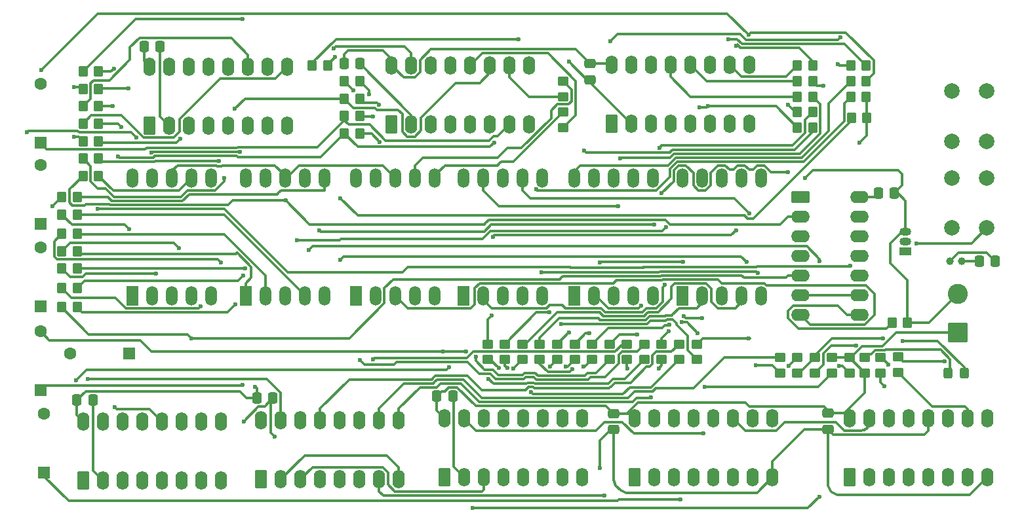
<source format=gbr>
%TF.GenerationSoftware,KiCad,Pcbnew,9.0.2*%
%TF.CreationDate,2025-11-07T18:09:28+05:30*%
%TF.ProjectId,v1,76312e6b-6963-4616-945f-706362585858,rev?*%
%TF.SameCoordinates,Original*%
%TF.FileFunction,Copper,L1,Top*%
%TF.FilePolarity,Positive*%
%FSLAX46Y46*%
G04 Gerber Fmt 4.6, Leading zero omitted, Abs format (unit mm)*
G04 Created by KiCad (PCBNEW 9.0.2) date 2025-11-07 18:09:28*
%MOMM*%
%LPD*%
G01*
G04 APERTURE LIST*
G04 Aperture macros list*
%AMRoundRect*
0 Rectangle with rounded corners*
0 $1 Rounding radius*
0 $2 $3 $4 $5 $6 $7 $8 $9 X,Y pos of 4 corners*
0 Add a 4 corners polygon primitive as box body*
4,1,4,$2,$3,$4,$5,$6,$7,$8,$9,$2,$3,0*
0 Add four circle primitives for the rounded corners*
1,1,$1+$1,$2,$3*
1,1,$1+$1,$4,$5*
1,1,$1+$1,$6,$7*
1,1,$1+$1,$8,$9*
0 Add four rect primitives between the rounded corners*
20,1,$1+$1,$2,$3,$4,$5,0*
20,1,$1+$1,$4,$5,$6,$7,0*
20,1,$1+$1,$6,$7,$8,$9,0*
20,1,$1+$1,$8,$9,$2,$3,0*%
G04 Aperture macros list end*
%TA.AperFunction,SMDPad,CuDef*%
%ADD10RoundRect,0.250000X-0.350000X-0.450000X0.350000X-0.450000X0.350000X0.450000X-0.350000X0.450000X0*%
%TD*%
%TA.AperFunction,ComponentPad*%
%ADD11RoundRect,0.250000X0.550000X-0.950000X0.550000X0.950000X-0.550000X0.950000X-0.550000X-0.950000X0*%
%TD*%
%TA.AperFunction,ComponentPad*%
%ADD12O,1.600000X2.400000*%
%TD*%
%TA.AperFunction,ComponentPad*%
%ADD13RoundRect,0.250000X0.550000X-0.550000X0.550000X0.550000X-0.550000X0.550000X-0.550000X-0.550000X0*%
%TD*%
%TA.AperFunction,ComponentPad*%
%ADD14C,1.600000*%
%TD*%
%TA.AperFunction,SMDPad,CuDef*%
%ADD15RoundRect,0.250000X-0.337500X-0.475000X0.337500X-0.475000X0.337500X0.475000X-0.337500X0.475000X0*%
%TD*%
%TA.AperFunction,SMDPad,CuDef*%
%ADD16RoundRect,0.250000X0.350000X0.450000X-0.350000X0.450000X-0.350000X-0.450000X0.350000X-0.450000X0*%
%TD*%
%TA.AperFunction,SMDPad,CuDef*%
%ADD17RoundRect,0.250000X0.337500X0.475000X-0.337500X0.475000X-0.337500X-0.475000X0.337500X-0.475000X0*%
%TD*%
%TA.AperFunction,SMDPad,CuDef*%
%ADD18RoundRect,0.250000X-0.450000X0.350000X-0.450000X-0.350000X0.450000X-0.350000X0.450000X0.350000X0*%
%TD*%
%TA.AperFunction,ComponentPad*%
%ADD19R,1.524000X2.524000*%
%TD*%
%TA.AperFunction,ComponentPad*%
%ADD20O,1.524000X2.524000*%
%TD*%
%TA.AperFunction,SMDPad,CuDef*%
%ADD21RoundRect,0.250000X0.450000X-0.350000X0.450000X0.350000X-0.450000X0.350000X-0.450000X-0.350000X0*%
%TD*%
%TA.AperFunction,SMDPad,CuDef*%
%ADD22RoundRect,0.250000X-0.475000X0.337500X-0.475000X-0.337500X0.475000X-0.337500X0.475000X0.337500X0*%
%TD*%
%TA.AperFunction,ComponentPad*%
%ADD23RoundRect,0.250000X0.550000X0.550000X-0.550000X0.550000X-0.550000X-0.550000X0.550000X-0.550000X0*%
%TD*%
%TA.AperFunction,ComponentPad*%
%ADD24RoundRect,0.250000X1.050000X-1.050000X1.050000X1.050000X-1.050000X1.050000X-1.050000X-1.050000X0*%
%TD*%
%TA.AperFunction,ComponentPad*%
%ADD25C,2.600000*%
%TD*%
%TA.AperFunction,ComponentPad*%
%ADD26R,1.500000X1.050000*%
%TD*%
%TA.AperFunction,ComponentPad*%
%ADD27O,1.500000X1.050000*%
%TD*%
%TA.AperFunction,ComponentPad*%
%ADD28RoundRect,0.250000X-0.950000X-0.550000X0.950000X-0.550000X0.950000X0.550000X-0.950000X0.550000X0*%
%TD*%
%TA.AperFunction,ComponentPad*%
%ADD29O,2.400000X1.600000*%
%TD*%
%TA.AperFunction,ComponentPad*%
%ADD30C,2.000000*%
%TD*%
%TA.AperFunction,ComponentPad*%
%ADD31C,1.000000*%
%TD*%
%TA.AperFunction,SMDPad,CuDef*%
%ADD32RoundRect,0.250000X0.325000X0.450000X-0.325000X0.450000X-0.325000X-0.450000X0.325000X-0.450000X0*%
%TD*%
%TA.AperFunction,ViaPad*%
%ADD33C,0.600000*%
%TD*%
%TA.AperFunction,Conductor*%
%ADD34C,0.300000*%
%TD*%
G04 APERTURE END LIST*
D10*
%TO.P,R18,1*%
%TO.N,Net-(U8-C)*%
X58750000Y-74250000D03*
%TO.P,R18,2*%
%TO.N,Net-(AFF6-c)*%
X60750000Y-74250000D03*
%TD*%
D11*
%TO.P,U8,1,CLK*%
%TO.N,Net-(U7-CARRY_OUT)*%
X67380000Y-72250000D03*
D12*
%TO.P,U8,2,CLK_INHIBIT*%
%TO.N,GND*%
X69920000Y-72250000D03*
%TO.P,U8,3,DISPLAY_EN_IN*%
%TO.N,+6V*%
X72460000Y-72250000D03*
%TO.P,U8,4,DISPLAY_EN_OUT*%
%TO.N,unconnected-(U8-DISPLAY_EN_OUT-Pad4)*%
X75000000Y-72250000D03*
%TO.P,U8,5,CARRY_OUT*%
%TO.N,unconnected-(U8-CARRY_OUT-Pad5)*%
X77540000Y-72250000D03*
%TO.P,U8,6,F*%
%TO.N,Net-(U8-F)*%
X80080000Y-72250000D03*
%TO.P,U8,7,G*%
%TO.N,Net-(U8-G)*%
X82620000Y-72250000D03*
%TO.P,U8,8,VSS*%
%TO.N,GND*%
X85160000Y-72250000D03*
%TO.P,U8,9,D*%
%TO.N,Net-(U8-D)*%
X85160000Y-64630000D03*
%TO.P,U8,10,A*%
%TO.N,Net-(U8-A)*%
X82620000Y-64630000D03*
%TO.P,U8,11,E*%
%TO.N,Net-(U8-E)*%
X80080000Y-64630000D03*
%TO.P,U8,12,B*%
%TO.N,Net-(U8-B)*%
X77540000Y-64630000D03*
%TO.P,U8,13,C*%
%TO.N,Net-(U8-C)*%
X75000000Y-64630000D03*
%TO.P,U8,14,UNGATED_C_SEGMENT_OUT*%
%TO.N,unconnected-(U8-UNGATED_C_SEGMENT_OUT-Pad14)*%
X72460000Y-64630000D03*
%TO.P,U8,15,RESET*%
%TO.N,Net-(U7-RESET)*%
X69920000Y-64630000D03*
%TO.P,U8,16,VDD*%
%TO.N,+6V*%
X67380000Y-64630000D03*
%TD*%
D13*
%TO.P,D5,1,K*%
%TO.N,Net-(D5-K)*%
X53250000Y-85000000D03*
D14*
%TO.P,D5,2,A*%
%TO.N,Net-(D5-A)*%
X53250000Y-77380000D03*
%TD*%
D15*
%TO.P,C6,1*%
%TO.N,+6V*%
X66635000Y-62000000D03*
%TO.P,C6,2*%
%TO.N,GND*%
X68710000Y-62000000D03*
%TD*%
D16*
%TO.P,R14,1*%
%TO.N,Net-(AFF5-a)*%
X58000000Y-93250000D03*
%TO.P,R14,2*%
%TO.N,Net-(U7-A)*%
X56000000Y-93250000D03*
%TD*%
D17*
%TO.P,C1,1*%
%TO.N,Net-(U1-~{\u03A60})*%
X176575000Y-89750000D03*
%TO.P,C1,2*%
%TO.N,Net-(U1-~{\u03A61})*%
X174500000Y-89750000D03*
%TD*%
D13*
%TO.P,D4,1,K*%
%TO.N,Net-(D4-K)*%
X53250000Y-95620000D03*
D14*
%TO.P,D4,2,A*%
%TO.N,Net-(D2-A)*%
X53250000Y-88000000D03*
%TD*%
D10*
%TO.P,R11,1*%
%TO.N,Net-(U7-D)*%
X56000000Y-86250000D03*
%TO.P,R11,2*%
%TO.N,Net-(AFF5-d)*%
X58000000Y-86250000D03*
%TD*%
%TO.P,R21,1*%
%TO.N,Net-(U8-F)*%
X58750000Y-67500000D03*
%TO.P,R21,2*%
%TO.N,Net-(AFF6-f)*%
X60750000Y-67500000D03*
%TD*%
D18*
%TO.P,R50,1*%
%TO.N,Net-(U6-G)*%
X126750000Y-100500000D03*
%TO.P,R50,2*%
%TO.N,Net-(AFF4-g)*%
X126750000Y-102500000D03*
%TD*%
%TO.P,R7,1*%
%TO.N,+6V*%
X157750000Y-102250000D03*
%TO.P,R7,2*%
%TO.N,Net-(D5-A)*%
X157750000Y-104250000D03*
%TD*%
D19*
%TO.P,AFF3,1,e*%
%TO.N,Net-(AFF3-e)*%
X94000000Y-94240000D03*
D20*
%TO.P,AFF3,2,d*%
%TO.N,Net-(AFF3-d)*%
X96540000Y-94240000D03*
%TO.P,AFF3,3,C.K.*%
%TO.N,GND*%
X99080000Y-94240000D03*
%TO.P,AFF3,4,c*%
%TO.N,Net-(AFF3-c)*%
X101620000Y-94240000D03*
%TO.P,AFF3,5,DP*%
%TO.N,unconnected-(AFF3-DP-Pad5)*%
X104160000Y-94240000D03*
%TO.P,AFF3,6,b*%
%TO.N,Net-(AFF3-b)*%
X104160000Y-79000000D03*
%TO.P,AFF3,7,a*%
%TO.N,Net-(AFF3-a)*%
X101620000Y-79000000D03*
%TO.P,AFF3,8,C.K.*%
%TO.N,GND*%
X99080000Y-79000000D03*
%TO.P,AFF3,9,f*%
%TO.N,Net-(AFF3-f)*%
X96540000Y-79000000D03*
%TO.P,AFF3,10,g*%
%TO.N,Net-(AFF3-g)*%
X94000000Y-79000000D03*
%TD*%
D21*
%TO.P,R32,1*%
%TO.N,Net-(U3-C)*%
X115500000Y-102500000D03*
%TO.P,R32,2*%
%TO.N,Net-(AFF2-c)*%
X115500000Y-100500000D03*
%TD*%
%TO.P,R2,1*%
%TO.N,Net-(R2-Pad1)*%
X151000000Y-104250000D03*
%TO.P,R2,2*%
%TO.N,Net-(U2-Q5)*%
X151000000Y-102250000D03*
%TD*%
D22*
%TO.P,C7,1*%
%TO.N,+6V*%
X127250000Y-109500000D03*
%TO.P,C7,2*%
%TO.N,GND*%
X127250000Y-111575000D03*
%TD*%
D23*
%TO.P,D6,1,K*%
%TO.N,Net-(D6-K)*%
X64750000Y-101750000D03*
D14*
%TO.P,D6,2,A*%
%TO.N,Net-(D5-A)*%
X57130000Y-101750000D03*
%TD*%
D11*
%TO.P,U6,1,CLK*%
%TO.N,/CLK - Mod-60 (2)*%
X81760000Y-118000000D03*
D12*
%TO.P,U6,2,CLK_INHIBIT*%
%TO.N,GND*%
X84300000Y-118000000D03*
%TO.P,U6,3,DISPLAY_EN_IN*%
%TO.N,+6V*%
X86840000Y-118000000D03*
%TO.P,U6,4,DISPLAY_EN_OUT*%
%TO.N,unconnected-(U6-DISPLAY_EN_OUT-Pad4)*%
X89380000Y-118000000D03*
%TO.P,U6,5,CARRY_OUT*%
%TO.N,Net-(U5-CLK)*%
X91920000Y-118000000D03*
%TO.P,U6,6,F*%
%TO.N,Net-(U6-F)*%
X94460000Y-118000000D03*
%TO.P,U6,7,G*%
%TO.N,Net-(U6-G)*%
X97000000Y-118000000D03*
%TO.P,U6,8,VSS*%
%TO.N,GND*%
X99540000Y-118000000D03*
%TO.P,U6,9,D*%
%TO.N,Net-(U6-D)*%
X99540000Y-110380000D03*
%TO.P,U6,10,A*%
%TO.N,Net-(U6-A)*%
X97000000Y-110380000D03*
%TO.P,U6,11,E*%
%TO.N,Net-(U6-E)*%
X94460000Y-110380000D03*
%TO.P,U6,12,B*%
%TO.N,Net-(U6-B)*%
X91920000Y-110380000D03*
%TO.P,U6,13,C*%
%TO.N,Net-(U6-C)*%
X89380000Y-110380000D03*
%TO.P,U6,14,UNGATED_C_SEGMENT_OUT*%
%TO.N,unconnected-(U6-UNGATED_C_SEGMENT_OUT-Pad14)*%
X86840000Y-110380000D03*
%TO.P,U6,15,RESET*%
%TO.N,Net-(D5-A)*%
X84300000Y-110380000D03*
%TO.P,U6,16,VDD*%
%TO.N,+6V*%
X81760000Y-110380000D03*
%TD*%
D19*
%TO.P,AFF2,1,e*%
%TO.N,Net-(AFF2-e)*%
X136170000Y-94240000D03*
D20*
%TO.P,AFF2,2,d*%
%TO.N,Net-(AFF2-d)*%
X138710000Y-94240000D03*
%TO.P,AFF2,3,C.K.*%
%TO.N,GND*%
X141250000Y-94240000D03*
%TO.P,AFF2,4,c*%
%TO.N,Net-(AFF2-c)*%
X143790000Y-94240000D03*
%TO.P,AFF2,5,DP*%
%TO.N,unconnected-(AFF2-DP-Pad5)*%
X146330000Y-94240000D03*
%TO.P,AFF2,6,b*%
%TO.N,Net-(AFF2-b)*%
X146330000Y-79000000D03*
%TO.P,AFF2,7,a*%
%TO.N,Net-(AFF2-a)*%
X143790000Y-79000000D03*
%TO.P,AFF2,8,C.K.*%
%TO.N,GND*%
X141250000Y-79000000D03*
%TO.P,AFF2,9,f*%
%TO.N,Net-(AFF2-f)*%
X138710000Y-79000000D03*
%TO.P,AFF2,10,g*%
%TO.N,Net-(AFF2-g)*%
X136170000Y-79000000D03*
%TD*%
D16*
%TO.P,R15,1*%
%TO.N,Net-(AFF5-g)*%
X58000000Y-95750000D03*
%TO.P,R15,2*%
%TO.N,Net-(U7-G)*%
X56000000Y-95750000D03*
%TD*%
D10*
%TO.P,R27,1*%
%TO.N,Net-(D2-K)*%
X151000000Y-72500000D03*
%TO.P,R27,2*%
%TO.N,Net-(AFF1-e)*%
X153000000Y-72500000D03*
%TD*%
D18*
%TO.P,R46,1*%
%TO.N,Net-(U6-C)*%
X135750000Y-100500000D03*
%TO.P,R46,2*%
%TO.N,Net-(AFF4-c)*%
X135750000Y-102500000D03*
%TD*%
%TO.P,R5,1*%
%TO.N,Net-(D1-A)*%
X159750000Y-102250000D03*
%TO.P,R5,2*%
%TO.N,+6V*%
X159750000Y-104250000D03*
%TD*%
%TO.P,R44,1*%
%TO.N,Net-(U6-A)*%
X148750000Y-102250000D03*
%TO.P,R44,2*%
%TO.N,Net-(AFF4-a)*%
X148750000Y-104250000D03*
%TD*%
D24*
%TO.P,J1,1,Pin_1*%
%TO.N,+6V*%
X171750000Y-99000000D03*
D25*
%TO.P,J1,2,Pin_2*%
%TO.N,GND*%
X171750000Y-94000000D03*
%TD*%
D10*
%TO.P,R43,1*%
%TO.N,Net-(D7-K)*%
X92500000Y-71000000D03*
%TO.P,R43,2*%
%TO.N,Net-(AFF3-g)*%
X94500000Y-71000000D03*
%TD*%
D19*
%TO.P,AFF6,1,e*%
%TO.N,Net-(AFF6-e)*%
X65170000Y-94240000D03*
D20*
%TO.P,AFF6,2,d*%
%TO.N,Net-(AFF6-d)*%
X67710000Y-94240000D03*
%TO.P,AFF6,3,C.K.*%
%TO.N,GND*%
X70250000Y-94240000D03*
%TO.P,AFF6,4,c*%
%TO.N,Net-(AFF6-c)*%
X72790000Y-94240000D03*
%TO.P,AFF6,5,DP*%
%TO.N,unconnected-(AFF6-DP-Pad5)*%
X75330000Y-94240000D03*
%TO.P,AFF6,6,b*%
%TO.N,Net-(AFF6-b)*%
X75330000Y-79000000D03*
%TO.P,AFF6,7,a*%
%TO.N,Net-(AFF6-a)*%
X72790000Y-79000000D03*
%TO.P,AFF6,8,C.K.*%
%TO.N,GND*%
X70250000Y-79000000D03*
%TO.P,AFF6,9,f*%
%TO.N,Net-(AFF6-f)*%
X67710000Y-79000000D03*
%TO.P,AFF6,10,g*%
%TO.N,Net-(AFF6-g)*%
X65170000Y-79000000D03*
%TD*%
D13*
%TO.P,D7,1,K*%
%TO.N,Net-(D7-K)*%
X53250000Y-74500000D03*
D14*
%TO.P,D7,2,A*%
%TO.N,Net-(D5-A)*%
X53250000Y-66880000D03*
%TD*%
D10*
%TO.P,R41,1*%
%TO.N,Net-(D5-K)*%
X92500000Y-68750000D03*
%TO.P,R41,2*%
%TO.N,Net-(AFF3-e)*%
X94500000Y-68750000D03*
%TD*%
D18*
%TO.P,R47,1*%
%TO.N,Net-(U6-D)*%
X133500000Y-100500000D03*
%TO.P,R47,2*%
%TO.N,Net-(AFF4-d)*%
X133500000Y-102500000D03*
%TD*%
D10*
%TO.P,R8,1*%
%TO.N,Net-(U7-RESET)*%
X163250000Y-97750000D03*
%TO.P,R8,2*%
%TO.N,GND*%
X165250000Y-97750000D03*
%TD*%
D16*
%TO.P,R39,1*%
%TO.N,Net-(U5-C)*%
X94500000Y-66500000D03*
%TO.P,R39,2*%
%TO.N,Net-(AFF3-c)*%
X92500000Y-66500000D03*
%TD*%
D21*
%TO.P,R33,1*%
%TO.N,Net-(U3-D)*%
X117750000Y-102500000D03*
%TO.P,R33,2*%
%TO.N,Net-(AFF2-d)*%
X117750000Y-100500000D03*
%TD*%
D22*
%TO.P,C9,1*%
%TO.N,+6V*%
X124250000Y-64250000D03*
%TO.P,C9,2*%
%TO.N,GND*%
X124250000Y-66325000D03*
%TD*%
%TO.P,C2,1*%
%TO.N,+6V*%
X155000000Y-109462500D03*
%TO.P,C2,2*%
%TO.N,GND*%
X155000000Y-111537500D03*
%TD*%
D10*
%TO.P,R51,1*%
%TO.N,Net-(AFF5-DP)*%
X158000000Y-71250000D03*
%TO.P,R51,2*%
%TO.N,+6V*%
X160000000Y-71250000D03*
%TD*%
D11*
%TO.P,U3,1,CLK*%
%TO.N,/CLK - Mod-60 (1)*%
X105470000Y-117750000D03*
D12*
%TO.P,U3,2,CLK_INHIBIT*%
%TO.N,GND*%
X108010000Y-117750000D03*
%TO.P,U3,3,DISPLAY_EN_IN*%
%TO.N,+6V*%
X110550000Y-117750000D03*
%TO.P,U3,4,DISPLAY_EN_OUT*%
%TO.N,unconnected-(U3-DISPLAY_EN_OUT-Pad4)*%
X113090000Y-117750000D03*
%TO.P,U3,5,CARRY_OUT*%
%TO.N,Net-(U3-CARRY_OUT)*%
X115630000Y-117750000D03*
%TO.P,U3,6,F*%
%TO.N,Net-(U3-F)*%
X118170000Y-117750000D03*
%TO.P,U3,7,G*%
%TO.N,Net-(U3-G)*%
X120710000Y-117750000D03*
%TO.P,U3,8,VSS*%
%TO.N,GND*%
X123250000Y-117750000D03*
%TO.P,U3,9,D*%
%TO.N,Net-(U3-D)*%
X123250000Y-110130000D03*
%TO.P,U3,10,A*%
%TO.N,Net-(U3-A)*%
X120710000Y-110130000D03*
%TO.P,U3,11,E*%
%TO.N,Net-(U3-E)*%
X118170000Y-110130000D03*
%TO.P,U3,12,B*%
%TO.N,Net-(U3-B)*%
X115630000Y-110130000D03*
%TO.P,U3,13,C*%
%TO.N,Net-(U3-C)*%
X113090000Y-110130000D03*
%TO.P,U3,14,UNGATED_C_SEGMENT_OUT*%
%TO.N,unconnected-(U3-UNGATED_C_SEGMENT_OUT-Pad14)*%
X110550000Y-110130000D03*
%TO.P,U3,15,RESET*%
%TO.N,Net-(D2-A)*%
X108010000Y-110130000D03*
%TO.P,U3,16,VDD*%
%TO.N,+6V*%
X105470000Y-110130000D03*
%TD*%
D10*
%TO.P,R12,1*%
%TO.N,Net-(U7-E)*%
X56000000Y-88500000D03*
%TO.P,R12,2*%
%TO.N,Net-(AFF5-e)*%
X58000000Y-88500000D03*
%TD*%
D13*
%TO.P,D3,1,K*%
%TO.N,Net-(D3-K)*%
X53750000Y-117120000D03*
D14*
%TO.P,D3,2,A*%
%TO.N,Net-(D2-A)*%
X53750000Y-109500000D03*
%TD*%
D26*
%TO.P,Q2,1,C*%
%TO.N,Net-(D1-K)*%
X165000000Y-88540000D03*
D27*
%TO.P,Q2,2,B*%
%TO.N,Net-(Q2-B)*%
X165000000Y-87270000D03*
%TO.P,Q2,3,E*%
%TO.N,GND*%
X165000000Y-86000000D03*
%TD*%
D10*
%TO.P,R42,1*%
%TO.N,Net-(D6-K)*%
X92500000Y-73250000D03*
%TO.P,R42,2*%
%TO.N,Net-(AFF3-f)*%
X94500000Y-73250000D03*
%TD*%
D15*
%TO.P,C10,1*%
%TO.N,+6V*%
X92462500Y-64250000D03*
%TO.P,C10,2*%
%TO.N,GND*%
X94537500Y-64250000D03*
%TD*%
D21*
%TO.P,R36,1*%
%TO.N,Net-(U3-G)*%
X124500000Y-102500000D03*
%TO.P,R36,2*%
%TO.N,Net-(AFF2-g)*%
X124500000Y-100500000D03*
%TD*%
D28*
%TO.P,U10,1*%
%TO.N,Net-(U8-A)*%
X151380000Y-81460000D03*
D29*
%TO.P,U10,2*%
X151380000Y-84000000D03*
%TO.P,U10,3*%
%TO.N,Net-(U10-Pad3)*%
X151380000Y-86540000D03*
%TO.P,U10,4*%
X151380000Y-89080000D03*
%TO.P,U10,5*%
%TO.N,Net-(U7-G)*%
X151380000Y-91620000D03*
%TO.P,U10,6*%
%TO.N,Net-(U10-Pad10)*%
X151380000Y-94160000D03*
%TO.P,U10,7,GND*%
%TO.N,GND*%
X151380000Y-96700000D03*
%TO.P,U10,8*%
%TO.N,Net-(U7-RESET)*%
X159000000Y-96700000D03*
%TO.P,U10,9*%
%TO.N,Net-(U10-Pad10)*%
X159000000Y-94160000D03*
%TO.P,U10,10*%
X159000000Y-91620000D03*
%TO.P,U10,11*%
%TO.N,N/C*%
X159000000Y-89080000D03*
%TO.P,U10,12*%
X159000000Y-86540000D03*
%TO.P,U10,13*%
X159000000Y-84000000D03*
%TO.P,U10,14,VCC*%
%TO.N,+6V*%
X159000000Y-81460000D03*
%TD*%
D16*
%TO.P,R29,1*%
%TO.N,Net-(D4-K)*%
X159912500Y-66500000D03*
%TO.P,R29,2*%
%TO.N,Net-(AFF1-g)*%
X157912500Y-66500000D03*
%TD*%
D11*
%TO.P,U5,1,CLK*%
%TO.N,Net-(U5-CLK)*%
X98610000Y-72060000D03*
D12*
%TO.P,U5,2,CLK_INHIBIT*%
%TO.N,GND*%
X101150000Y-72060000D03*
%TO.P,U5,3,DISPLAY_EN_IN*%
%TO.N,+6V*%
X103690000Y-72060000D03*
%TO.P,U5,4,DISPLAY_EN_OUT*%
%TO.N,unconnected-(U5-DISPLAY_EN_OUT-Pad4)*%
X106230000Y-72060000D03*
%TO.P,U5,5,CARRY_OUT*%
%TO.N,/CLK - Mod-12*%
X108770000Y-72060000D03*
%TO.P,U5,6,F*%
%TO.N,Net-(D6-K)*%
X111310000Y-72060000D03*
%TO.P,U5,7,G*%
%TO.N,Net-(D7-K)*%
X113850000Y-72060000D03*
%TO.P,U5,8,VSS*%
%TO.N,GND*%
X116390000Y-72060000D03*
%TO.P,U5,9,D*%
%TO.N,Net-(U5-D)*%
X116390000Y-64440000D03*
%TO.P,U5,10,A*%
%TO.N,Net-(U5-A)*%
X113850000Y-64440000D03*
%TO.P,U5,11,E*%
%TO.N,Net-(D5-K)*%
X111310000Y-64440000D03*
%TO.P,U5,12,B*%
%TO.N,Net-(U5-B)*%
X108770000Y-64440000D03*
%TO.P,U5,13,C*%
%TO.N,Net-(U5-C)*%
X106230000Y-64440000D03*
%TO.P,U5,14,UNGATED_C_SEGMENT_OUT*%
%TO.N,unconnected-(U5-UNGATED_C_SEGMENT_OUT-Pad14)*%
X103690000Y-64440000D03*
%TO.P,U5,15,RESET*%
%TO.N,Net-(D5-A)*%
X101150000Y-64440000D03*
%TO.P,U5,16,VDD*%
%TO.N,+6V*%
X98610000Y-64440000D03*
%TD*%
D15*
%TO.P,C8,1*%
%TO.N,+6V*%
X104462500Y-107250000D03*
%TO.P,C8,2*%
%TO.N,GND*%
X106537500Y-107250000D03*
%TD*%
D30*
%TO.P,SW1,1,1*%
%TO.N,Net-(U1-Q4)*%
X171000000Y-74250000D03*
X171000000Y-67750000D03*
%TO.P,SW1,2,2*%
%TO.N,Net-(R2-Pad1)*%
X175500000Y-74250000D03*
X175500000Y-67750000D03*
%TD*%
D18*
%TO.P,R48,1*%
%TO.N,Net-(U6-E)*%
X131250000Y-100500000D03*
%TO.P,R48,2*%
%TO.N,Net-(AFF4-e)*%
X131250000Y-102500000D03*
%TD*%
D21*
%TO.P,R35,1*%
%TO.N,Net-(U3-F)*%
X122250000Y-102500000D03*
%TO.P,R35,2*%
%TO.N,Net-(AFF2-f)*%
X122250000Y-100500000D03*
%TD*%
D13*
%TO.P,D2,1,K*%
%TO.N,Net-(D2-K)*%
X53250000Y-106500000D03*
D14*
%TO.P,D2,2,A*%
%TO.N,Net-(D2-A)*%
X53250000Y-98880000D03*
%TD*%
D11*
%TO.P,U1,1,Q12*%
%TO.N,unconnected-(U1-Q12-Pad1)*%
X157760000Y-117750000D03*
D12*
%TO.P,U1,2,Q13*%
%TO.N,unconnected-(U1-Q13-Pad2)*%
X160300000Y-117750000D03*
%TO.P,U1,3,Q14*%
%TO.N,unconnected-(U1-Q14-Pad3)*%
X162840000Y-117750000D03*
%TO.P,U1,4,Q6*%
%TO.N,unconnected-(U1-Q6-Pad4)*%
X165380000Y-117750000D03*
%TO.P,U1,5,Q5*%
%TO.N,unconnected-(U1-Q5-Pad5)*%
X167920000Y-117750000D03*
%TO.P,U1,6,Q7*%
%TO.N,unconnected-(U1-Q7-Pad6)*%
X170460000Y-117750000D03*
%TO.P,U1,7,Q4*%
%TO.N,Net-(U1-Q4)*%
X173000000Y-117750000D03*
%TO.P,U1,8,VSS*%
%TO.N,GND*%
X175540000Y-117750000D03*
%TO.P,U1,9,~{\u03A60}*%
%TO.N,Net-(U1-~{\u03A60})*%
X175540000Y-110130000D03*
%TO.P,U1,10,\u03A60*%
%TO.N,Net-(U1-\u03A60)*%
X173000000Y-110130000D03*
%TO.P,U1,11,~{\u03A61}*%
%TO.N,Net-(U1-~{\u03A61})*%
X170460000Y-110130000D03*
%TO.P,U1,12,CLR*%
%TO.N,GND*%
X167920000Y-110130000D03*
%TO.P,U1,13,Q9*%
%TO.N,Net-(U1-Q9)*%
X165380000Y-110130000D03*
%TO.P,U1,14,Q8*%
%TO.N,unconnected-(U1-Q8-Pad14)*%
X162840000Y-110130000D03*
%TO.P,U1,15,Q10*%
%TO.N,Net-(U1-Q10)*%
X160300000Y-110130000D03*
%TO.P,U1,16,VDD*%
%TO.N,+6V*%
X157760000Y-110130000D03*
%TD*%
D19*
%TO.P,AFF4,1,e*%
%TO.N,Net-(AFF4-e)*%
X107920000Y-94240000D03*
D20*
%TO.P,AFF4,2,d*%
%TO.N,Net-(AFF4-d)*%
X110460000Y-94240000D03*
%TO.P,AFF4,3,C.K.*%
%TO.N,GND*%
X113000000Y-94240000D03*
%TO.P,AFF4,4,c*%
%TO.N,Net-(AFF4-c)*%
X115540000Y-94240000D03*
%TO.P,AFF4,5,DP*%
%TO.N,Net-(AFF4-DP)*%
X118080000Y-94240000D03*
%TO.P,AFF4,6,b*%
%TO.N,Net-(AFF4-b)*%
X118080000Y-79000000D03*
%TO.P,AFF4,7,a*%
%TO.N,Net-(AFF4-a)*%
X115540000Y-79000000D03*
%TO.P,AFF4,8,C.K.*%
%TO.N,GND*%
X113000000Y-79000000D03*
%TO.P,AFF4,9,f*%
%TO.N,Net-(AFF4-f)*%
X110460000Y-79000000D03*
%TO.P,AFF4,10,g*%
%TO.N,Net-(AFF4-g)*%
X107920000Y-79000000D03*
%TD*%
D11*
%TO.P,U2,1,Q12*%
%TO.N,unconnected-(U2-Q12-Pad1)*%
X130010000Y-117750000D03*
D12*
%TO.P,U2,2,Q13*%
%TO.N,unconnected-(U2-Q13-Pad2)*%
X132550000Y-117750000D03*
%TO.P,U2,3,Q14*%
%TO.N,unconnected-(U2-Q14-Pad3)*%
X135090000Y-117750000D03*
%TO.P,U2,4,Q6*%
%TO.N,unconnected-(U2-Q6-Pad4)*%
X137630000Y-117750000D03*
%TO.P,U2,5,Q5*%
%TO.N,Net-(U2-Q5)*%
X140170000Y-117750000D03*
%TO.P,U2,6,Q7*%
%TO.N,unconnected-(U2-Q7-Pad6)*%
X142710000Y-117750000D03*
%TO.P,U2,7,Q4*%
%TO.N,unconnected-(U2-Q4-Pad7)*%
X145250000Y-117750000D03*
%TO.P,U2,8,VSS*%
%TO.N,GND*%
X147790000Y-117750000D03*
%TO.P,U2,9,~{\u03A60}*%
%TO.N,unconnected-(U2-~{\u03A60}-Pad9)*%
X147790000Y-110130000D03*
%TO.P,U2,10,\u03A60*%
%TO.N,unconnected-(U2-\u03A60-Pad10)*%
X145250000Y-110130000D03*
%TO.P,U2,11,~{\u03A61}*%
%TO.N,Net-(U1-Q10)*%
X142710000Y-110130000D03*
%TO.P,U2,12,CLR*%
%TO.N,GND*%
X140170000Y-110130000D03*
%TO.P,U2,13,Q9*%
%TO.N,unconnected-(U2-Q9-Pad13)*%
X137630000Y-110130000D03*
%TO.P,U2,14,Q8*%
%TO.N,unconnected-(U2-Q8-Pad14)*%
X135090000Y-110130000D03*
%TO.P,U2,15,Q10*%
%TO.N,unconnected-(U2-Q10-Pad15)*%
X132550000Y-110130000D03*
%TO.P,U2,16,VDD*%
%TO.N,+6V*%
X130010000Y-110130000D03*
%TD*%
D10*
%TO.P,R25,1*%
%TO.N,Net-(U4-C)*%
X151000000Y-68500000D03*
%TO.P,R25,2*%
%TO.N,Net-(AFF1-c)*%
X153000000Y-68500000D03*
%TD*%
%TO.P,R22,1*%
%TO.N,Net-(U8-G)*%
X58750000Y-65250000D03*
%TO.P,R22,2*%
%TO.N,Net-(AFF6-g)*%
X60750000Y-65250000D03*
%TD*%
D21*
%TO.P,R4,1*%
%TO.N,Net-(Q2-B)*%
X161750000Y-104250000D03*
%TO.P,R4,2*%
%TO.N,/CLK - Mod-60 (1)*%
X161750000Y-102250000D03*
%TD*%
%TO.P,R37,1*%
%TO.N,Net-(U5-A)*%
X120750000Y-68500000D03*
%TO.P,R37,2*%
%TO.N,Net-(AFF3-a)*%
X120750000Y-66500000D03*
%TD*%
D15*
%TO.P,C3,1*%
%TO.N,+6V*%
X81212500Y-107500000D03*
%TO.P,C3,2*%
%TO.N,GND*%
X83287500Y-107500000D03*
%TD*%
D18*
%TO.P,R1,1*%
%TO.N,Net-(U1-~{\u03A61})*%
X164000000Y-102162500D03*
%TO.P,R1,2*%
%TO.N,Net-(U1-\u03A60)*%
X164000000Y-104162500D03*
%TD*%
D21*
%TO.P,R30,1*%
%TO.N,Net-(U3-A)*%
X111000000Y-102500000D03*
%TO.P,R30,2*%
%TO.N,Net-(AFF2-a)*%
X111000000Y-100500000D03*
%TD*%
D10*
%TO.P,R23,1*%
%TO.N,Net-(U4-A)*%
X151000000Y-64500000D03*
%TO.P,R23,2*%
%TO.N,Net-(AFF1-a)*%
X153000000Y-64500000D03*
%TD*%
D30*
%TO.P,SW2,1,1*%
%TO.N,Net-(U1-Q9)*%
X171000000Y-85500000D03*
X171000000Y-79000000D03*
%TO.P,SW2,2,2*%
%TO.N,Net-(R2-Pad1)*%
X175500000Y-85500000D03*
X175500000Y-79000000D03*
%TD*%
D10*
%TO.P,R20,1*%
%TO.N,Net-(U8-E)*%
X58750000Y-69750000D03*
%TO.P,R20,2*%
%TO.N,Net-(AFF6-e)*%
X60750000Y-69750000D03*
%TD*%
D31*
%TO.P,Y1,1,1*%
%TO.N,Net-(U1-~{\u03A60})*%
X170750000Y-89750000D03*
%TO.P,Y1,2,2*%
%TO.N,Net-(U1-~{\u03A61})*%
X172250000Y-89750000D03*
%TD*%
D10*
%TO.P,R13,1*%
%TO.N,Net-(U7-F)*%
X56000000Y-90750000D03*
%TO.P,R13,2*%
%TO.N,Net-(AFF5-f)*%
X58000000Y-90750000D03*
%TD*%
%TO.P,R24,1*%
%TO.N,Net-(U4-B)*%
X151000000Y-66500000D03*
%TO.P,R24,2*%
%TO.N,Net-(AFF1-b)*%
X153000000Y-66500000D03*
%TD*%
%TO.P,R40,1*%
%TO.N,Net-(U5-D)*%
X88337500Y-64500000D03*
%TO.P,R40,2*%
%TO.N,Net-(AFF3-d)*%
X90337500Y-64500000D03*
%TD*%
D18*
%TO.P,R6,1*%
%TO.N,+6V*%
X155500000Y-102250000D03*
%TO.P,R6,2*%
%TO.N,Net-(D2-A)*%
X155500000Y-104250000D03*
%TD*%
D10*
%TO.P,R10,1*%
%TO.N,Net-(U7-C)*%
X56000000Y-83750000D03*
%TO.P,R10,2*%
%TO.N,Net-(AFF5-c)*%
X58000000Y-83750000D03*
%TD*%
D19*
%TO.P,AFF1,1,e*%
%TO.N,Net-(AFF1-e)*%
X122170000Y-94240000D03*
D20*
%TO.P,AFF1,2,d*%
%TO.N,Net-(AFF1-d)*%
X124710000Y-94240000D03*
%TO.P,AFF1,3,C.K.*%
%TO.N,GND*%
X127250000Y-94240000D03*
%TO.P,AFF1,4,c*%
%TO.N,Net-(AFF1-c)*%
X129790000Y-94240000D03*
%TO.P,AFF1,5,DP*%
%TO.N,unconnected-(AFF1-DP-Pad5)*%
X132330000Y-94240000D03*
%TO.P,AFF1,6,b*%
%TO.N,Net-(AFF1-b)*%
X132330000Y-79000000D03*
%TO.P,AFF1,7,a*%
%TO.N,Net-(AFF1-a)*%
X129790000Y-79000000D03*
%TO.P,AFF1,8,C.K.*%
%TO.N,GND*%
X127250000Y-79000000D03*
%TO.P,AFF1,9,f*%
%TO.N,Net-(AFF1-f)*%
X124710000Y-79000000D03*
%TO.P,AFF1,10,g*%
%TO.N,Net-(AFF1-g)*%
X122170000Y-79000000D03*
%TD*%
D21*
%TO.P,R34,1*%
%TO.N,Net-(U3-E)*%
X120000000Y-102500000D03*
%TO.P,R34,2*%
%TO.N,Net-(AFF2-e)*%
X120000000Y-100500000D03*
%TD*%
D18*
%TO.P,R49,1*%
%TO.N,Net-(U6-F)*%
X129000000Y-100500000D03*
%TO.P,R49,2*%
%TO.N,Net-(AFF4-f)*%
X129000000Y-102500000D03*
%TD*%
D10*
%TO.P,R26,1*%
%TO.N,Net-(U4-D)*%
X151000000Y-70500000D03*
%TO.P,R26,2*%
%TO.N,Net-(AFF1-d)*%
X153000000Y-70500000D03*
%TD*%
%TO.P,R16,1*%
%TO.N,Net-(U8-A)*%
X58750000Y-78750000D03*
%TO.P,R16,2*%
%TO.N,Net-(AFF6-a)*%
X60750000Y-78750000D03*
%TD*%
D32*
%TO.P,D1,1,K*%
%TO.N,Net-(D1-K)*%
X172550000Y-104250000D03*
%TO.P,D1,2,A*%
%TO.N,Net-(D1-A)*%
X170500000Y-104250000D03*
%TD*%
D10*
%TO.P,R19,1*%
%TO.N,Net-(U8-D)*%
X58750000Y-72000000D03*
%TO.P,R19,2*%
%TO.N,Net-(AFF6-d)*%
X60750000Y-72000000D03*
%TD*%
%TO.P,R52,1*%
%TO.N,Net-(AFF4-DP)*%
X157912500Y-68500000D03*
%TO.P,R52,2*%
%TO.N,+6V*%
X159912500Y-68500000D03*
%TD*%
D11*
%TO.P,U7,1,CLK*%
%TO.N,/CLK - Mod-12*%
X58760000Y-118120000D03*
D12*
%TO.P,U7,2,CLK_INHIBIT*%
%TO.N,GND*%
X61300000Y-118120000D03*
%TO.P,U7,3,DISPLAY_EN_IN*%
%TO.N,+6V*%
X63840000Y-118120000D03*
%TO.P,U7,4,DISPLAY_EN_OUT*%
%TO.N,unconnected-(U7-DISPLAY_EN_OUT-Pad4)*%
X66380000Y-118120000D03*
%TO.P,U7,5,CARRY_OUT*%
%TO.N,Net-(U7-CARRY_OUT)*%
X68920000Y-118120000D03*
%TO.P,U7,6,F*%
%TO.N,Net-(U7-F)*%
X71460000Y-118120000D03*
%TO.P,U7,7,G*%
%TO.N,Net-(U7-G)*%
X74000000Y-118120000D03*
%TO.P,U7,8,VSS*%
%TO.N,GND*%
X76540000Y-118120000D03*
%TO.P,U7,9,D*%
%TO.N,Net-(U7-D)*%
X76540000Y-110500000D03*
%TO.P,U7,10,A*%
%TO.N,Net-(U7-A)*%
X74000000Y-110500000D03*
%TO.P,U7,11,E*%
%TO.N,Net-(U7-E)*%
X71460000Y-110500000D03*
%TO.P,U7,12,B*%
%TO.N,Net-(U7-B)*%
X68920000Y-110500000D03*
%TO.P,U7,13,C*%
%TO.N,Net-(U7-C)*%
X66380000Y-110500000D03*
%TO.P,U7,14,UNGATED_C_SEGMENT_OUT*%
%TO.N,unconnected-(U7-UNGATED_C_SEGMENT_OUT-Pad14)*%
X63840000Y-110500000D03*
%TO.P,U7,15,RESET*%
%TO.N,Net-(U7-RESET)*%
X61300000Y-110500000D03*
%TO.P,U7,16,VDD*%
%TO.N,+6V*%
X58760000Y-110500000D03*
%TD*%
D10*
%TO.P,R17,1*%
%TO.N,Net-(U8-B)*%
X58750000Y-76500000D03*
%TO.P,R17,2*%
%TO.N,Net-(AFF6-b)*%
X60750000Y-76500000D03*
%TD*%
%TO.P,R9,1*%
%TO.N,Net-(U7-B)*%
X56000000Y-81500000D03*
%TO.P,R9,2*%
%TO.N,Net-(AFF5-b)*%
X58000000Y-81500000D03*
%TD*%
D15*
%TO.P,C5,1*%
%TO.N,+6V*%
X57962500Y-107750000D03*
%TO.P,C5,2*%
%TO.N,GND*%
X60037500Y-107750000D03*
%TD*%
D11*
%TO.P,U4,1,CLK*%
%TO.N,Net-(U3-CARRY_OUT)*%
X127010000Y-72000000D03*
D12*
%TO.P,U4,2,CLK_INHIBIT*%
%TO.N,GND*%
X129550000Y-72000000D03*
%TO.P,U4,3,DISPLAY_EN_IN*%
%TO.N,+6V*%
X132090000Y-72000000D03*
%TO.P,U4,4,DISPLAY_EN_OUT*%
%TO.N,unconnected-(U4-DISPLAY_EN_OUT-Pad4)*%
X134630000Y-72000000D03*
%TO.P,U4,5,CARRY_OUT*%
%TO.N,/CLK - Mod-60 (2)*%
X137170000Y-72000000D03*
%TO.P,U4,6,F*%
%TO.N,Net-(D3-K)*%
X139710000Y-72000000D03*
%TO.P,U4,7,G*%
%TO.N,Net-(D4-K)*%
X142250000Y-72000000D03*
%TO.P,U4,8,VSS*%
%TO.N,GND*%
X144790000Y-72000000D03*
%TO.P,U4,9,D*%
%TO.N,Net-(U4-D)*%
X144790000Y-64380000D03*
%TO.P,U4,10,A*%
%TO.N,Net-(U4-A)*%
X142250000Y-64380000D03*
%TO.P,U4,11,E*%
%TO.N,Net-(D2-K)*%
X139710000Y-64380000D03*
%TO.P,U4,12,B*%
%TO.N,Net-(U4-B)*%
X137170000Y-64380000D03*
%TO.P,U4,13,C*%
%TO.N,Net-(U4-C)*%
X134630000Y-64380000D03*
%TO.P,U4,14,UNGATED_C_SEGMENT_OUT*%
%TO.N,unconnected-(U4-UNGATED_C_SEGMENT_OUT-Pad14)*%
X132090000Y-64380000D03*
%TO.P,U4,15,RESET*%
%TO.N,Net-(D2-A)*%
X129550000Y-64380000D03*
%TO.P,U4,16,VDD*%
%TO.N,+6V*%
X127010000Y-64380000D03*
%TD*%
D19*
%TO.P,AFF5,1,e*%
%TO.N,Net-(AFF5-e)*%
X79750000Y-94240000D03*
D20*
%TO.P,AFF5,2,d*%
%TO.N,Net-(AFF5-d)*%
X82290000Y-94240000D03*
%TO.P,AFF5,3,C.K.*%
%TO.N,GND*%
X84830000Y-94240000D03*
%TO.P,AFF5,4,c*%
%TO.N,Net-(AFF5-c)*%
X87370000Y-94240000D03*
%TO.P,AFF5,5,DP*%
%TO.N,Net-(AFF5-DP)*%
X89910000Y-94240000D03*
%TO.P,AFF5,6,b*%
%TO.N,Net-(AFF5-b)*%
X89910000Y-79000000D03*
%TO.P,AFF5,7,a*%
%TO.N,Net-(AFF5-a)*%
X87370000Y-79000000D03*
%TO.P,AFF5,8,C.K.*%
%TO.N,GND*%
X84830000Y-79000000D03*
%TO.P,AFF5,9,f*%
%TO.N,Net-(AFF5-f)*%
X82290000Y-79000000D03*
%TO.P,AFF5,10,g*%
%TO.N,Net-(AFF5-g)*%
X79750000Y-79000000D03*
%TD*%
D16*
%TO.P,R28,1*%
%TO.N,Net-(D3-K)*%
X159912500Y-64500000D03*
%TO.P,R28,2*%
%TO.N,Net-(AFF1-f)*%
X157912500Y-64500000D03*
%TD*%
D21*
%TO.P,R31,1*%
%TO.N,Net-(U3-B)*%
X113250000Y-102500000D03*
%TO.P,R31,2*%
%TO.N,Net-(AFF2-b)*%
X113250000Y-100500000D03*
%TD*%
D15*
%TO.P,C4,1*%
%TO.N,+6V*%
X161462500Y-81000000D03*
%TO.P,C4,2*%
%TO.N,GND*%
X163537500Y-81000000D03*
%TD*%
D18*
%TO.P,R45,1*%
%TO.N,Net-(U6-B)*%
X138000000Y-100500000D03*
%TO.P,R45,2*%
%TO.N,Net-(AFF4-b)*%
X138000000Y-102500000D03*
%TD*%
D21*
%TO.P,R38,1*%
%TO.N,Net-(U5-B)*%
X120750000Y-72500000D03*
%TO.P,R38,2*%
%TO.N,Net-(AFF3-b)*%
X120750000Y-70500000D03*
%TD*%
%TO.P,R3,1*%
%TO.N,/CLK - Mod-60 (1)*%
X153250000Y-104250000D03*
%TO.P,R3,2*%
%TO.N,Net-(R2-Pad1)*%
X153250000Y-102250000D03*
%TD*%
D33*
%TO.N,Net-(AFF1-c)*%
X128114200Y-76476400D03*
%TO.N,Net-(AFF1-f)*%
X156209100Y-64284800D03*
X156565500Y-60856800D03*
X126874500Y-61330400D03*
%TO.N,Net-(AFF1-d)*%
X133188300Y-75102700D03*
X130816900Y-95505600D03*
%TO.N,GND*%
X79500000Y-110500000D03*
X125500000Y-116500000D03*
X121500000Y-64000000D03*
X152000000Y-79000000D03*
X83500000Y-112500000D03*
%TO.N,Net-(AFF1-a)*%
X143140000Y-61904600D03*
%TO.N,Net-(AFF1-e)*%
X123488400Y-75500600D03*
%TO.N,Net-(AFF1-b)*%
X154353800Y-67056000D03*
X133507200Y-80982800D03*
X149823700Y-78240300D03*
%TO.N,Net-(AFF2-g)*%
X134471100Y-97967300D03*
%TO.N,Net-(AFF2-a)*%
X143080900Y-85786100D03*
X111689800Y-86633700D03*
X111552000Y-96786000D03*
%TO.N,Net-(AFF2-e)*%
X136300500Y-89848700D03*
X125507700Y-89967700D03*
X121488200Y-99035500D03*
%TO.N,Net-(AFF2-f)*%
X124167600Y-99077500D03*
%TO.N,Net-(AFF2-b)*%
X145894200Y-91278400D03*
X119026200Y-96424600D03*
X117959100Y-91220500D03*
%TO.N,Net-(AFF3-d)*%
X91333900Y-63360100D03*
%TO.N,Net-(AFF3-f)*%
X97095300Y-74343000D03*
%TO.N,Net-(AFF3-c)*%
X93697400Y-67678600D03*
%TO.N,Net-(AFF3-g)*%
X96216800Y-71061000D03*
%TO.N,Net-(AFF3-e)*%
X96996600Y-69551300D03*
%TO.N,Net-(AFF4-g)*%
X109465200Y-102109900D03*
%TO.N,Net-(AFF4-e)*%
X111105600Y-104991900D03*
%TO.N,Net-(AFF4-f)*%
X127880200Y-82637200D03*
X129075400Y-103635100D03*
%TO.N,Net-(AFF4-a)*%
X145623000Y-103284600D03*
X144842100Y-83608100D03*
%TO.N,Net-(AFF4-b)*%
X120486500Y-97890200D03*
%TO.N,Net-(AFF4-DP)*%
X117269400Y-80482600D03*
%TO.N,Net-(AFF4-d)*%
X133902800Y-92816000D03*
X133136000Y-103635100D03*
%TO.N,Net-(AFF4-c)*%
X116579500Y-106726900D03*
%TO.N,Net-(AFF5-g)*%
X78413900Y-95404000D03*
%TO.N,Net-(AFF5-f)*%
X79687800Y-90692500D03*
%TO.N,Net-(AFF5-DP)*%
X92006100Y-81615600D03*
%TO.N,Net-(AFF5-a)*%
X79469900Y-91615800D03*
%TO.N,Net-(AFF6-b)*%
X76353900Y-76832900D03*
%TO.N,Net-(AFF6-c)*%
X71308800Y-73980200D03*
%TO.N,Net-(AFF6-g)*%
X62738400Y-64880100D03*
%TO.N,Net-(AFF6-f)*%
X64645100Y-67417500D03*
%TO.N,Net-(AFF6-e)*%
X62634900Y-69753000D03*
%TO.N,Net-(AFF6-d)*%
X63700300Y-72392900D03*
%TO.N,Net-(U1-~{\u03A61})*%
X170080000Y-102750500D03*
%TO.N,Net-(D1-K)*%
X164639200Y-100099100D03*
%TO.N,Net-(D2-A)*%
X108275400Y-101432400D03*
X105250700Y-101432400D03*
X139092600Y-106056500D03*
X138900000Y-112064000D03*
%TO.N,Net-(D5-A)*%
X153843300Y-89798600D03*
X91117400Y-62282400D03*
X156443600Y-103305200D03*
X59385500Y-105013600D03*
X87931900Y-88327100D03*
%TO.N,Net-(Q2-B)*%
X162248200Y-105987300D03*
%TO.N,Net-(U2-Q5)*%
X149930200Y-103305200D03*
%TO.N,Net-(R2-Pad1)*%
X166371900Y-87457500D03*
X162087700Y-99787700D03*
%TO.N,/CLK - Mod-60 (1)*%
X153876500Y-120249700D03*
X158603400Y-100670500D03*
X109043700Y-121741000D03*
X162760800Y-103135700D03*
%TO.N,+6V*%
X159000000Y-74500000D03*
X81000000Y-106000000D03*
%TO.N,Net-(D2-K)*%
X86352100Y-87108600D03*
X79325700Y-105814100D03*
X138389400Y-69925000D03*
X139469300Y-69758200D03*
X134030000Y-85397800D03*
%TO.N,Net-(U7-RESET)*%
X157838400Y-90350000D03*
X60656600Y-83043500D03*
%TO.N,Net-(D3-K)*%
X135883300Y-120587500D03*
X142078700Y-61086100D03*
%TO.N,Net-(D4-K)*%
X144705300Y-60516800D03*
X53372900Y-65069400D03*
%TO.N,Net-(D5-K)*%
X67559300Y-75749000D03*
X78385700Y-70057400D03*
X51487900Y-73148000D03*
X79015700Y-75679400D03*
X65640800Y-73803400D03*
%TO.N,Net-(D6-K)*%
X111835500Y-74472800D03*
X63296600Y-76272800D03*
%TO.N,Net-(U7-B)*%
X54790300Y-82713000D03*
X62878700Y-108693100D03*
%TO.N,Net-(U7-C)*%
X64699600Y-85664700D03*
%TO.N,Net-(U7-D)*%
X76540000Y-89969800D03*
%TO.N,Net-(U7-E)*%
X71148100Y-88108300D03*
%TO.N,Net-(U7-F)*%
X68224300Y-91412700D03*
%TO.N,Net-(U7-A)*%
X73935200Y-95629600D03*
%TO.N,Net-(U7-G)*%
X72773300Y-99737600D03*
%TO.N,Net-(U8-A)*%
X84960300Y-81941800D03*
%TO.N,Net-(U8-B)*%
X76965900Y-79047400D03*
%TO.N,Net-(U8-C)*%
X57593100Y-73663100D03*
%TO.N,Net-(U8-F)*%
X57593100Y-67275500D03*
%TO.N,Net-(U8-G)*%
X79325700Y-58431600D03*
%TO.N,Net-(U4-D)*%
X149781000Y-69583600D03*
%TO.N,Net-(U3-A)*%
X112429700Y-103605900D03*
%TO.N,Net-(U3-B)*%
X113549700Y-103610700D03*
%TO.N,Net-(U3-C)*%
X114351500Y-103633500D03*
%TO.N,Net-(U3-D)*%
X121980000Y-103763000D03*
%TO.N,Net-(U3-E)*%
X119056400Y-103437100D03*
%TO.N,Net-(U3-F)*%
X121141200Y-103387900D03*
%TO.N,Net-(U3-G)*%
X123399500Y-103458400D03*
%TO.N,Net-(U5-C)*%
X95704200Y-68215100D03*
%TO.N,Net-(U5-D)*%
X114987300Y-61044900D03*
%TO.N,Net-(U6-B)*%
X144705300Y-99737600D03*
X144431900Y-89895700D03*
X91974700Y-89629100D03*
%TO.N,Net-(U6-D)*%
X138162400Y-99079700D03*
X136072500Y-97700400D03*
X134379500Y-98858600D03*
X132137900Y-107424700D03*
%TO.N,Net-(U6-E)*%
X94482900Y-102560400D03*
%TO.N,Net-(U6-F)*%
X96221600Y-102492500D03*
%TO.N,Net-(U6-G)*%
X136351300Y-96898600D03*
X126096400Y-120087300D03*
X130370900Y-99228800D03*
X138728500Y-97132000D03*
%TO.N,/CLK - Mod-60 (2)*%
X89258500Y-85808000D03*
X132544000Y-85069900D03*
%TO.N,/CLK - Mod-12*%
X106048200Y-103469400D03*
X57827000Y-105235700D03*
%TD*%
D34*
%TO.N,Net-(AFF1-c)*%
X134583900Y-76382900D02*
X128207700Y-76382900D01*
X134791600Y-76175200D02*
X134583900Y-76382900D01*
X135085600Y-75881200D02*
X151343200Y-75881200D01*
X151343200Y-75881200D02*
X153959700Y-73264700D01*
X134791600Y-76175200D02*
X134583900Y-76382900D01*
X153959700Y-73264700D02*
X153959700Y-69459700D01*
X134791600Y-76175200D02*
X135085600Y-75881200D01*
X153959700Y-69459700D02*
X153000000Y-68500000D01*
X128207700Y-76382900D02*
X128114200Y-76476400D01*
%TO.N,Net-(AFF1-f)*%
X156424300Y-64500000D02*
X156209100Y-64284800D01*
X143620200Y-60399900D02*
X127805000Y-60399900D01*
X127805000Y-60399900D02*
X126874500Y-61330400D01*
X156225400Y-61196900D02*
X144417200Y-61196900D01*
X157912500Y-64500000D02*
X156424300Y-64500000D01*
X144417200Y-61196900D02*
X143620200Y-60399900D01*
X156565500Y-60856800D02*
X156225400Y-61196900D01*
%TO.N,Net-(AFF1-d)*%
X150399800Y-74822300D02*
X152027400Y-73194700D01*
X133188300Y-75102700D02*
X133468700Y-74822300D01*
X130467200Y-95855300D02*
X126638000Y-95855300D01*
X152027400Y-73194700D02*
X152027400Y-71472600D01*
X130816900Y-95505600D02*
X130467200Y-95855300D01*
X125022700Y-94240000D02*
X124710000Y-94240000D01*
X133468700Y-74822300D02*
X150399800Y-74822300D01*
X152027400Y-71472600D02*
X153000000Y-70500000D01*
X126638000Y-95855300D02*
X125022700Y-94240000D01*
%TO.N,GND*%
X76084100Y-77484600D02*
X76623800Y-77484600D01*
X76623800Y-77484600D02*
X76722100Y-77386300D01*
X83000000Y-112000000D02*
X83000000Y-107787500D01*
X163537500Y-80962500D02*
X164500000Y-80000000D01*
X127250000Y-118086000D02*
X127543000Y-118793000D01*
X109346300Y-95366600D02*
X108859200Y-95853700D01*
X79500000Y-110500000D02*
X81424000Y-108576000D01*
X147055000Y-92890000D02*
X146791300Y-92626300D01*
X167920000Y-110130000D02*
X167920000Y-111681700D01*
X84830000Y-78716300D02*
X83500000Y-77386300D01*
X133672700Y-92124600D02*
X140748300Y-92124600D01*
X97467000Y-77387000D02*
X99080000Y-79000000D01*
X68710000Y-62000000D02*
X68710000Y-71040000D01*
X81424000Y-108576000D02*
X82211500Y-108576000D01*
X109998700Y-92626300D02*
X109346300Y-93278700D01*
X159500000Y-92890000D02*
X147055000Y-92890000D01*
X101150000Y-72060000D02*
X101150000Y-70862500D01*
X167418300Y-112183400D02*
X167920000Y-111681700D01*
X155000000Y-118836000D02*
X155293000Y-119543000D01*
X155000000Y-111538000D02*
X155000000Y-115187000D01*
X86613000Y-77387000D02*
X97467000Y-77387000D01*
X70250000Y-79000000D02*
X70250000Y-78136300D01*
X168000000Y-97750000D02*
X171750000Y-94000000D01*
X121500000Y-64000000D02*
X123825000Y-66325000D01*
X155144000Y-111681000D02*
X155646400Y-112183400D01*
X127250000Y-92627800D02*
X127250000Y-92626300D01*
X127250000Y-111575000D02*
X127356000Y-111681000D01*
X164500000Y-86000000D02*
X165000000Y-86000000D01*
X160750000Y-96977800D02*
X159728000Y-98000000D01*
X161000000Y-96727800D02*
X160750000Y-96977800D01*
X84830000Y-79000000D02*
X84830000Y-78716300D01*
X125500000Y-113000000D02*
X126925000Y-111575000D01*
X98022200Y-114930500D02*
X99540000Y-116448300D01*
X106538000Y-107250000D02*
X106621000Y-107334000D01*
X163000000Y-87500000D02*
X164500000Y-86000000D01*
X128207000Y-119457000D02*
X128914000Y-119750000D01*
X99540000Y-116448300D02*
X99540000Y-118000000D01*
X155000000Y-111538000D02*
X155144000Y-111681000D01*
X76722100Y-77386300D02*
X83500000Y-77386300D01*
X109346300Y-93278700D02*
X109346300Y-95366600D01*
X127250000Y-111575000D02*
X127250000Y-115333300D01*
X127633000Y-92244800D02*
X133552500Y-92244800D01*
X84830000Y-79000000D02*
X84830000Y-78193100D01*
X113000000Y-92626300D02*
X109998700Y-92626300D01*
X127250000Y-92626300D02*
X113000000Y-92626300D01*
X155293000Y-119543000D02*
X155457000Y-119707000D01*
X101150000Y-70862500D02*
X94537500Y-64250000D01*
X83000000Y-107787500D02*
X83287500Y-107500000D01*
X164000000Y-81000000D02*
X165000000Y-82000000D01*
X163500000Y-78000000D02*
X153000000Y-78000000D01*
X98022200Y-114930500D02*
X87369500Y-114930500D01*
X106621000Y-113895500D02*
X106621000Y-116361000D01*
X70250000Y-78136300D02*
X71000000Y-77386300D01*
X127250000Y-92627800D02*
X127633000Y-92244800D01*
X133552500Y-92244800D02*
X133672700Y-92124600D01*
X140748300Y-92124600D02*
X141250000Y-92626300D01*
X75985800Y-77386300D02*
X76084100Y-77484600D01*
X127250000Y-115333300D02*
X127250000Y-118086000D01*
X123825000Y-66325000D02*
X124250000Y-66325000D01*
X128914000Y-119750000D02*
X145790000Y-119750000D01*
X155000000Y-111537500D02*
X155000000Y-111538000D01*
X100693700Y-95853700D02*
X99080000Y-94240000D01*
X165250000Y-97750000D02*
X168000000Y-97750000D01*
X87369500Y-114930500D02*
X84300000Y-118000000D01*
X60037500Y-114059100D02*
X60037500Y-116858000D01*
X125500000Y-116500000D02*
X125500000Y-113000000D01*
X173290000Y-120000000D02*
X175540000Y-117750000D01*
X152680000Y-98000000D02*
X151380000Y-96700000D01*
X106621000Y-116361000D02*
X108010000Y-117750000D01*
X153000000Y-78000000D02*
X152000000Y-79000000D01*
X159890000Y-92890000D02*
X161000000Y-94000000D01*
X83287500Y-107500000D02*
X83000000Y-107788000D01*
X145790000Y-119750000D02*
X147790000Y-117750000D01*
X163000000Y-90000000D02*
X163000000Y-87500000D01*
X124250000Y-66700000D02*
X129550000Y-72000000D01*
X164500000Y-80000000D02*
X164500000Y-78500000D01*
X164000000Y-78000000D02*
X163500000Y-78000000D01*
X83500000Y-112500000D02*
X83000000Y-112000000D01*
X106537500Y-107250000D02*
X106538000Y-107250000D01*
X164500000Y-78500000D02*
X164000000Y-78000000D01*
X126925000Y-111575000D02*
X127250000Y-111575000D01*
X85000000Y-79000000D02*
X86613000Y-77387000D01*
X165250000Y-97750000D02*
X165250000Y-92250000D01*
X165250000Y-92250000D02*
X163000000Y-90000000D01*
X60037500Y-107750000D02*
X60037500Y-114059100D01*
X163537500Y-81000000D02*
X164000000Y-81000000D01*
X165000000Y-82000000D02*
X165000000Y-86000000D01*
X159500000Y-92890000D02*
X159890000Y-92890000D01*
X108859200Y-95853700D02*
X100693700Y-95853700D01*
X71000000Y-77386300D02*
X75985800Y-77386300D01*
X151962500Y-111537500D02*
X147790000Y-115710000D01*
X163537500Y-81000000D02*
X163537500Y-80962500D01*
X155457000Y-119707000D02*
X156164000Y-120000000D01*
X155000000Y-111537500D02*
X151962500Y-111537500D01*
X156164000Y-120000000D02*
X173290000Y-120000000D01*
X159728000Y-98000000D02*
X152680000Y-98000000D01*
X161000000Y-94000000D02*
X161000000Y-96727800D01*
X68710000Y-71040000D02*
X69920000Y-72250000D01*
X124250000Y-66325000D02*
X124250000Y-66700000D01*
X82211500Y-108576000D02*
X83287500Y-107500000D01*
X155000000Y-115187000D02*
X155000000Y-118836000D01*
X84830000Y-79000000D02*
X85000000Y-79000000D01*
X127543000Y-118793000D02*
X128207000Y-119457000D01*
X155646400Y-112183400D02*
X167418300Y-112183400D01*
X106621000Y-107334000D02*
X106621000Y-113895500D01*
X60037500Y-116858000D02*
X61300000Y-118120000D01*
X147790000Y-115710000D02*
X147790000Y-117750000D01*
X146791300Y-92626300D02*
X141250000Y-92626300D01*
%TO.N,Net-(AFF1-a)*%
X143246200Y-61798400D02*
X143246300Y-61798400D01*
X151213900Y-62200300D02*
X153000000Y-63986400D01*
X153000000Y-63986400D02*
X153000000Y-64500000D01*
X143246300Y-61798400D02*
X143648200Y-62200300D01*
X143648200Y-62200300D02*
X151213900Y-62200300D01*
X143140000Y-61904600D02*
X143246200Y-61798400D01*
%TO.N,Net-(AFF1-e)*%
X133482300Y-75730300D02*
X134527100Y-75730300D01*
X133458200Y-75754400D02*
X133482300Y-75730300D01*
X150624200Y-75379500D02*
X153000000Y-73003700D01*
X134583900Y-75673500D02*
X134527100Y-75730300D01*
X123488400Y-75500600D02*
X123742200Y-75754400D01*
X134583900Y-75673500D02*
X134527100Y-75730300D01*
X134877900Y-75379500D02*
X150624200Y-75379500D01*
X153000000Y-73003700D02*
X153000000Y-72500000D01*
X134583900Y-75673500D02*
X134877900Y-75379500D01*
X123742200Y-75754400D02*
X133458200Y-75754400D01*
%TO.N,Net-(AFF1-b)*%
X140788700Y-77386300D02*
X141711300Y-77386300D01*
X144822100Y-77957100D02*
X145297900Y-77957100D01*
X135056300Y-78038700D02*
X135708700Y-77386300D01*
X142757900Y-77957100D02*
X143328700Y-77386300D01*
X137596300Y-79961300D02*
X138248700Y-80613700D01*
X143328700Y-77386300D02*
X144251300Y-77386300D01*
X145297900Y-77957100D02*
X145868700Y-77386300D01*
X153556000Y-67056000D02*
X153000000Y-66500000D01*
X142282100Y-77957100D02*
X142757900Y-77957100D01*
X135708700Y-77386300D02*
X136631300Y-77386300D01*
X141711300Y-77386300D02*
X142282100Y-77957100D01*
X137596300Y-78351300D02*
X137596300Y-79961300D01*
X154353800Y-67056000D02*
X153556000Y-67056000D01*
X146791300Y-77386300D02*
X147645200Y-78240200D01*
X133507200Y-80982800D02*
X135056300Y-79433700D01*
X136631300Y-77386300D02*
X137596300Y-78351300D01*
X147645200Y-78240200D02*
X147645200Y-78240300D01*
X139823700Y-79961300D02*
X139823700Y-78351200D01*
X135056300Y-79433700D02*
X135056300Y-78038700D01*
X145868700Y-77386300D02*
X146791300Y-77386300D01*
X147645200Y-78240300D02*
X149823700Y-78240300D01*
X139823700Y-78351200D02*
X139823800Y-78351200D01*
X138248700Y-80613700D02*
X139171300Y-80613700D01*
X139171300Y-80613700D02*
X139823700Y-79961300D01*
X139823800Y-78351200D02*
X140788700Y-77386300D01*
X144251300Y-77386300D02*
X144822100Y-77957100D01*
%TO.N,Net-(AFF1-g)*%
X155030800Y-72953700D02*
X155030800Y-69381700D01*
X139588900Y-76385100D02*
X140371100Y-76385100D01*
X140371100Y-76385100D02*
X140373300Y-76382900D01*
X137831800Y-76384400D02*
X139588200Y-76384400D01*
X139588200Y-76384400D02*
X139588900Y-76385100D01*
X137830300Y-76382900D02*
X137831800Y-76384400D01*
X155030800Y-69381700D02*
X157912500Y-66500000D01*
X135293300Y-76382900D02*
X137830300Y-76382900D01*
X134291400Y-77384800D02*
X135293300Y-76382900D01*
X123000000Y-77384800D02*
X134291400Y-77384800D01*
X151601600Y-76382900D02*
X155030800Y-72953700D01*
X122170000Y-79000000D02*
X122170000Y-78214800D01*
X122170000Y-78214800D02*
X123000000Y-77384800D01*
X140373300Y-76382900D02*
X151601600Y-76382900D01*
%TO.N,Net-(AFF2-g)*%
X133515700Y-98408600D02*
X126591400Y-98408600D01*
X133881000Y-98043300D02*
X133515700Y-98408600D01*
X126591400Y-98408600D02*
X124500000Y-100500000D01*
X134471100Y-97967300D02*
X134395100Y-98043300D01*
X134395100Y-98043300D02*
X133881000Y-98043300D01*
%TO.N,Net-(AFF2-c)*%
X143790000Y-95063700D02*
X143000000Y-95853700D01*
X115872400Y-100500000D02*
X120013900Y-96358500D01*
X134775200Y-93050600D02*
X135199500Y-92626300D01*
X135199500Y-92626300D02*
X139215100Y-92626300D01*
X139926500Y-95043700D02*
X140736500Y-95853700D01*
X139215100Y-92626300D02*
X139926500Y-93337700D01*
X133024600Y-96357000D02*
X134775200Y-94606400D01*
X131737800Y-96357000D02*
X133024600Y-96357000D01*
X143790000Y-94240000D02*
X143790000Y-95063700D01*
X140736500Y-95853700D02*
X143000000Y-95853700D01*
X125472200Y-96358500D02*
X125972400Y-96858700D01*
X131530100Y-96564700D02*
X131737800Y-96357000D01*
X131236100Y-96858700D02*
X131530100Y-96564700D01*
X134775200Y-94606400D02*
X134775200Y-93050600D01*
X131530100Y-96564700D02*
X131737800Y-96357000D01*
X125972400Y-96858700D02*
X131236100Y-96858700D01*
X120013900Y-96358500D02*
X125472200Y-96358500D01*
X139926500Y-93337700D02*
X139926500Y-95043700D01*
X115500000Y-100500000D02*
X115872400Y-100500000D01*
%TO.N,Net-(AFF2-a)*%
X111915400Y-86408100D02*
X142458900Y-86408100D01*
X111000000Y-100500000D02*
X111000000Y-97338000D01*
X142458900Y-86408100D02*
X143080900Y-85786100D01*
X111000000Y-97338000D02*
X111552000Y-96786000D01*
X111689800Y-86633700D02*
X111915400Y-86408100D01*
X111689800Y-86633700D02*
X111915400Y-86408100D01*
X111915400Y-86408100D02*
X111689800Y-86633700D01*
%TO.N,Net-(AFF2-e)*%
X125626700Y-89848700D02*
X136300500Y-89848700D01*
X125507700Y-89967700D02*
X125626700Y-89848700D01*
X121464500Y-99035500D02*
X121488200Y-99035500D01*
X120000000Y-100500000D02*
X121464500Y-99035500D01*
%TO.N,Net-(AFF2-d)*%
X125297400Y-97186600D02*
X125500000Y-97389200D01*
X138000000Y-95853700D02*
X135759100Y-95853700D01*
X131737800Y-97066400D02*
X131931700Y-96872500D01*
X138710000Y-94240000D02*
X138710000Y-95143700D01*
X125500000Y-97389200D02*
X131415000Y-97389200D01*
X117750000Y-99672500D02*
X120235900Y-97186600D01*
X134850400Y-96762400D02*
X134798900Y-96813900D01*
X133935000Y-96872500D02*
X131931700Y-96872500D01*
X138710000Y-95143700D02*
X138000000Y-95853700D01*
X131737800Y-97066400D02*
X131931700Y-96872500D01*
X135759100Y-95853700D02*
X134850400Y-96762400D01*
X133993600Y-96813900D02*
X133935000Y-96872500D01*
X134850400Y-96762400D02*
X134798900Y-96813900D01*
X120235900Y-97186600D02*
X125297400Y-97186600D01*
X131415000Y-97389200D02*
X131737800Y-97066400D01*
X134798900Y-96813900D02*
X133993600Y-96813900D01*
X117750000Y-100500000D02*
X117750000Y-99672500D01*
%TO.N,Net-(AFF2-f)*%
X123672500Y-99077500D02*
X124167600Y-99077500D01*
X122250000Y-100500000D02*
X123672500Y-99077500D01*
%TO.N,Net-(AFF2-b)*%
X113250000Y-100500000D02*
X117325400Y-96424600D01*
X133276500Y-91102000D02*
X145717800Y-91102000D01*
X133158000Y-91220500D02*
X133276500Y-91102000D01*
X117325400Y-96424600D02*
X119026200Y-96424600D01*
X117959100Y-91220500D02*
X133158000Y-91220500D01*
X145717800Y-91102000D02*
X145894200Y-91278400D01*
%TO.N,Net-(AFF3-d)*%
X91333900Y-63360100D02*
X90337500Y-64356500D01*
X90337500Y-64356500D02*
X90337500Y-64500000D01*
%TO.N,Net-(AFF3-f)*%
X97095300Y-74343000D02*
X96002300Y-73250000D01*
X96002300Y-73250000D02*
X94500000Y-73250000D01*
%TO.N,Net-(AFF3-c)*%
X92500000Y-66500000D02*
X93678600Y-67678600D01*
X93678600Y-67678600D02*
X93697400Y-67678600D01*
%TO.N,Net-(AFF3-a)*%
X113544700Y-75174200D02*
X115335400Y-75174200D01*
X101620000Y-79000000D02*
X101620000Y-77386300D01*
X121842300Y-69095500D02*
X121842300Y-67592300D01*
X121842300Y-67592300D02*
X120750000Y-66500000D01*
X119200500Y-71309100D02*
X119200500Y-70297300D01*
X121437800Y-69500000D02*
X121842300Y-69095500D01*
X102621900Y-76384400D02*
X112334500Y-76384400D01*
X115335400Y-75174200D02*
X119200500Y-71309100D01*
X101620000Y-77386300D02*
X102621900Y-76384400D01*
X119997800Y-69500000D02*
X121437800Y-69500000D01*
X112334500Y-76384400D02*
X113544700Y-75174200D01*
X119200500Y-70297300D02*
X119997800Y-69500000D01*
%TO.N,Net-(AFF3-b)*%
X104160000Y-79000000D02*
X104160000Y-78726300D01*
X112586200Y-77092300D02*
X112793900Y-76884600D01*
X105500000Y-77386300D02*
X112292200Y-77386300D01*
X112586200Y-77092300D02*
X112793900Y-76884600D01*
X112292200Y-77386300D02*
X112586200Y-77092300D01*
X114365400Y-76884600D02*
X120750000Y-70500000D01*
X112793900Y-76884600D02*
X114365400Y-76884600D01*
X104160000Y-78726300D02*
X105500000Y-77386300D01*
%TO.N,Net-(AFF3-g)*%
X94561000Y-71061000D02*
X94500000Y-71000000D01*
X96216800Y-71061000D02*
X94561000Y-71061000D01*
%TO.N,Net-(AFF3-e)*%
X95047700Y-69297700D02*
X94500000Y-68750000D01*
X96743000Y-69297700D02*
X95047700Y-69297700D01*
X96996600Y-69551300D02*
X96743000Y-69297700D01*
%TO.N,Net-(AFF4-g)*%
X109465200Y-102683900D02*
X109465200Y-102109900D01*
X115476100Y-104500000D02*
X112402000Y-104500000D01*
X126750000Y-102500000D02*
X125015100Y-104234900D01*
X117151520Y-104250000D02*
X115750000Y-104250000D01*
X115750000Y-104250000D02*
X115488050Y-104511950D01*
X111740500Y-103838500D02*
X110619800Y-103838500D01*
X123524900Y-104640300D02*
X117542700Y-104640300D01*
X117542700Y-104640300D02*
X117542260Y-104640740D01*
X123930300Y-104234900D02*
X123524900Y-104640300D01*
X117542260Y-104640740D02*
X117151520Y-104250000D01*
X115488050Y-104511950D02*
X115476100Y-104500000D01*
X110619800Y-103838500D02*
X109465200Y-102683900D01*
X125015100Y-104234900D02*
X123930300Y-104234900D01*
X112402000Y-104500000D02*
X111740500Y-103838500D01*
%TO.N,Net-(AFF4-e)*%
X111757400Y-105643700D02*
X111105600Y-104991900D01*
X128750000Y-105000000D02*
X127234000Y-105000000D01*
X116175500Y-105500000D02*
X116031800Y-105643700D01*
X131250000Y-102500000D02*
X128750000Y-105000000D01*
X126590300Y-105643700D02*
X117127300Y-105643700D01*
X116983600Y-105500000D02*
X116175500Y-105500000D01*
X116031800Y-105643700D02*
X111757400Y-105643700D01*
X117127300Y-105643700D02*
X116983600Y-105500000D01*
X127234000Y-105000000D02*
X126590300Y-105643700D01*
%TO.N,Net-(AFF4-f)*%
X129000000Y-102500000D02*
X129000000Y-103559700D01*
X110460000Y-79000000D02*
X110460000Y-80613700D01*
X129000000Y-103559700D02*
X129075400Y-103635100D01*
X112483500Y-82637200D02*
X127880200Y-82637200D01*
X110460000Y-80613700D02*
X112483500Y-82637200D01*
%TO.N,Net-(AFF4-a)*%
X116562400Y-81636100D02*
X115540000Y-80613700D01*
X147784600Y-103284600D02*
X148750000Y-104250000D01*
X145623000Y-103284600D02*
X147784600Y-103284600D01*
X142870100Y-81636100D02*
X116562400Y-81636100D01*
X144842100Y-83608100D02*
X142870100Y-81636100D01*
X115540000Y-79000000D02*
X115540000Y-80613700D01*
%TO.N,Net-(AFF4-b)*%
X131945500Y-97568100D02*
X131989400Y-97524200D01*
X133992700Y-97524200D02*
X131989400Y-97524200D01*
X120486500Y-97890200D02*
X131623400Y-97890200D01*
X134875000Y-97315600D02*
X134201300Y-97315600D01*
X134201300Y-97315600D02*
X133992700Y-97524200D01*
X138000000Y-102500000D02*
X136835200Y-101335200D01*
X136835200Y-101335200D02*
X136835200Y-99416800D01*
X131623400Y-97890200D02*
X131945500Y-97568100D01*
X135420800Y-97861400D02*
X134875000Y-97315600D01*
X135420800Y-98002400D02*
X135420800Y-97861400D01*
X136835200Y-99416800D02*
X135420800Y-98002400D01*
X131945500Y-97568100D02*
X131989400Y-97524200D01*
%TO.N,Net-(AFF4-DP)*%
X134554600Y-78901600D02*
X134554600Y-77831000D01*
X117419500Y-80632700D02*
X132823500Y-80632700D01*
X151846400Y-76884600D02*
X157047300Y-71683700D01*
X132823500Y-80632700D02*
X134554600Y-78901600D01*
X157047300Y-71683700D02*
X157047300Y-69365200D01*
X135501000Y-76884600D02*
X151846400Y-76884600D01*
X134554600Y-77831000D02*
X135501000Y-76884600D01*
X117269400Y-80482600D02*
X117419500Y-80632700D01*
X157047300Y-69365200D02*
X157912500Y-68500000D01*
%TO.N,Net-(AFF4-d)*%
X118675600Y-95853700D02*
X119029300Y-95500000D01*
X133647100Y-93152200D02*
X133902800Y-92896500D01*
X121044000Y-95856800D02*
X125679900Y-95856800D01*
X133902800Y-92896500D02*
X133902800Y-92816000D01*
X110460000Y-94813700D02*
X111500000Y-95853700D01*
X111500000Y-95853700D02*
X118675600Y-95853700D01*
X133500000Y-102500000D02*
X133500000Y-103271100D01*
X133647100Y-95025100D02*
X133647100Y-93152200D01*
X125679900Y-95856800D02*
X126180100Y-96357000D01*
X131516100Y-95855300D02*
X132816900Y-95855300D01*
X120687200Y-95500000D02*
X121044000Y-95856800D01*
X110460000Y-94240000D02*
X110460000Y-94813700D01*
X119029300Y-95500000D02*
X120687200Y-95500000D01*
X126180100Y-96357000D02*
X131014400Y-96357000D01*
X133500000Y-103271100D02*
X133136000Y-103635100D01*
X132816900Y-95855300D02*
X133647100Y-95025100D01*
X131014400Y-96357000D02*
X131516100Y-95855300D01*
%TO.N,Net-(AFF4-c)*%
X116859400Y-107006800D02*
X116579500Y-106726900D01*
X132122900Y-106127100D02*
X129372900Y-106127100D01*
X129372900Y-106127100D02*
X128493200Y-107006800D01*
X135750000Y-102500000D02*
X132122900Y-106127100D01*
X128493200Y-107006800D02*
X116859400Y-107006800D01*
%TO.N,Net-(AFF5-g)*%
X58637500Y-96387500D02*
X77430400Y-96387500D01*
X58000000Y-95750000D02*
X58637500Y-96387500D01*
X77430400Y-96387500D02*
X78413900Y-95404000D01*
%TO.N,Net-(AFF5-c)*%
X76965500Y-83750000D02*
X58000000Y-83750000D01*
X87370000Y-94240000D02*
X87370000Y-94154500D01*
X87370000Y-94154500D02*
X76965500Y-83750000D01*
%TO.N,Net-(AFF5-d)*%
X82290000Y-91606500D02*
X82290000Y-94240000D01*
X58066400Y-86316400D02*
X76999900Y-86316400D01*
X58000000Y-86250000D02*
X58066400Y-86316400D01*
X76999900Y-86316400D02*
X82290000Y-91606500D01*
%TO.N,Net-(AFF5-b)*%
X84058400Y-80907700D02*
X83852200Y-81113900D01*
X61965700Y-81500000D02*
X58000000Y-81500000D01*
X62467400Y-82001700D02*
X61965700Y-81500000D01*
X71602200Y-82001700D02*
X62467400Y-82001700D01*
X83852200Y-81113900D02*
X83850700Y-81115400D01*
X84352400Y-80613700D02*
X84058400Y-80907700D01*
X89910000Y-80613700D02*
X84352400Y-80613700D01*
X83850700Y-81115400D02*
X72488500Y-81115400D01*
X72488500Y-81115400D02*
X71602200Y-82001700D01*
X84058400Y-80907700D02*
X83852200Y-81113900D01*
X89910000Y-79000000D02*
X89910000Y-80613700D01*
%TO.N,Net-(AFF5-f)*%
X79687800Y-90692500D02*
X58057500Y-90692500D01*
X58057500Y-90692500D02*
X58000000Y-90750000D01*
%TO.N,Net-(AFF5-DP)*%
X145280900Y-84259800D02*
X158000000Y-71540700D01*
X144190400Y-83877800D02*
X144190400Y-83877900D01*
X158000000Y-71540700D02*
X158000000Y-71250000D01*
X92006100Y-81615600D02*
X94268300Y-83877800D01*
X94268300Y-83877800D02*
X144190400Y-83877800D01*
X144572300Y-84259800D02*
X145280900Y-84259800D01*
X144190400Y-83877900D02*
X144572300Y-84259800D01*
%TO.N,Net-(AFF5-e)*%
X80498100Y-90524000D02*
X78697200Y-88723100D01*
X58317100Y-88817100D02*
X58000000Y-88500000D01*
X79750000Y-92626300D02*
X80498100Y-91878200D01*
X80498100Y-91878200D02*
X80498100Y-90524000D01*
X78697200Y-88723100D02*
X78573200Y-88723100D01*
X79750000Y-94240000D02*
X79750000Y-92626300D01*
X78573200Y-88723100D02*
X78479200Y-88817100D01*
X78479200Y-88817100D02*
X58317100Y-88817100D01*
%TO.N,Net-(AFF5-a)*%
X79469900Y-91615800D02*
X78763400Y-92322300D01*
X78763400Y-92322300D02*
X58927700Y-92322300D01*
X58927700Y-92322300D02*
X58000000Y-93250000D01*
%TO.N,Net-(AFF6-b)*%
X67981400Y-76957900D02*
X68109800Y-76829500D01*
X60750000Y-76500000D02*
X61207900Y-76957900D01*
X68109800Y-76829500D02*
X76350500Y-76829500D01*
X61207900Y-76957900D02*
X67981400Y-76957900D01*
X76350500Y-76829500D02*
X76353900Y-76832900D01*
%TO.N,Net-(AFF6-c)*%
X60955100Y-74455100D02*
X70833900Y-74455100D01*
X70833900Y-74455100D02*
X71308800Y-73980200D01*
X60750000Y-74250000D02*
X60955100Y-74455100D01*
%TO.N,Net-(AFF6-g)*%
X60750000Y-65250000D02*
X62368500Y-65250000D01*
X62368500Y-65250000D02*
X62738400Y-64880100D01*
%TO.N,Net-(AFF6-f)*%
X64645100Y-67417500D02*
X60832500Y-67417500D01*
X60832500Y-67417500D02*
X60750000Y-67500000D01*
%TO.N,Net-(AFF6-e)*%
X60753000Y-69753000D02*
X60750000Y-69750000D01*
X62634900Y-69753000D02*
X60753000Y-69753000D01*
%TO.N,Net-(AFF6-d)*%
X63307400Y-72000000D02*
X63700300Y-72392900D01*
X60750000Y-72000000D02*
X63307400Y-72000000D01*
%TO.N,Net-(AFF6-a)*%
X60752000Y-78750000D02*
X60750000Y-78750000D01*
X71137300Y-80652700D02*
X62654700Y-80652700D01*
X72790000Y-79000000D02*
X71137300Y-80652700D01*
X62654700Y-80652700D02*
X60752000Y-78750000D01*
%TO.N,Net-(U1-~{\u03A61})*%
X164000000Y-102162500D02*
X164588000Y-102750500D01*
X164588000Y-102750500D02*
X170080000Y-102750500D01*
X174500000Y-89750000D02*
X172250000Y-89750000D01*
%TO.N,Net-(U1-~{\u03A60})*%
X170750000Y-89750000D02*
X171853900Y-88646100D01*
X175471100Y-88646100D02*
X176575000Y-89750000D01*
X171853900Y-88646100D02*
X175471100Y-88646100D01*
%TO.N,Net-(D1-K)*%
X172550000Y-104250000D02*
X172550000Y-103542600D01*
X169106500Y-100099100D02*
X164639200Y-100099100D01*
X172550000Y-103542600D02*
X169106500Y-100099100D01*
%TO.N,Net-(D1-A)*%
X162341400Y-101289200D02*
X162432400Y-101198200D01*
X170749400Y-102451400D02*
X170749400Y-104000600D01*
X160210600Y-101789400D02*
X160558500Y-101789400D01*
X159750000Y-102250000D02*
X160210600Y-101789400D01*
X162432400Y-101198200D02*
X169496200Y-101198200D01*
X170749400Y-104000600D02*
X170500000Y-104250000D01*
X169496200Y-101198200D02*
X170749400Y-102451400D01*
X160558500Y-101789400D02*
X160558500Y-101789300D01*
X160558500Y-101789300D02*
X161058600Y-101289200D01*
X161058600Y-101289200D02*
X162341400Y-101289200D01*
%TO.N,Net-(D2-A)*%
X53250000Y-98880000D02*
X54357600Y-99987600D01*
X155500000Y-104250000D02*
X153693500Y-106056500D01*
X66126400Y-99987600D02*
X67571200Y-101432400D01*
X105250700Y-101432400D02*
X108275400Y-101432400D01*
X153693500Y-106056500D02*
X139092600Y-106056500D01*
X138900000Y-112064000D02*
X129895700Y-112064000D01*
X108010000Y-110191700D02*
X109500000Y-111681700D01*
X125021900Y-111681700D02*
X109500000Y-111681700D01*
X128425000Y-110593300D02*
X126110300Y-110593300D01*
X108010000Y-110130000D02*
X108010000Y-110191700D01*
X54357600Y-99987600D02*
X66126400Y-99987600D01*
X67571200Y-101432400D02*
X105250700Y-101432400D01*
X129895700Y-112064000D02*
X128425000Y-110593300D01*
X126110300Y-110593300D02*
X125021900Y-111681700D01*
%TO.N,Net-(D5-A)*%
X84300000Y-110380000D02*
X84300000Y-108828300D01*
X152221800Y-87874600D02*
X153843300Y-89496100D01*
X84300000Y-106844700D02*
X82468900Y-105013600D01*
X88384400Y-87874600D02*
X152221800Y-87874600D01*
X91117400Y-62282400D02*
X91399800Y-62000000D01*
X82468900Y-105013600D02*
X59385500Y-105013600D01*
X153843300Y-89496100D02*
X153843300Y-89798600D01*
X87931900Y-88327100D02*
X88384400Y-87874600D01*
X101150000Y-62888300D02*
X101150000Y-64440000D01*
X100261700Y-62000000D02*
X101150000Y-62888300D01*
X156805200Y-103305200D02*
X157750000Y-104250000D01*
X156443600Y-103305200D02*
X156805200Y-103305200D01*
X84300000Y-108828300D02*
X84300000Y-106844700D01*
X91399800Y-62000000D02*
X100261700Y-62000000D01*
%TO.N,Net-(Q2-B)*%
X162248200Y-105987300D02*
X161750000Y-105489100D01*
X161750000Y-105489100D02*
X161750000Y-104250000D01*
%TO.N,Net-(U1-\u03A60)*%
X173000000Y-110130000D02*
X173000000Y-108921700D01*
X173000000Y-108921700D02*
X172656600Y-108578300D01*
X168415800Y-108578300D02*
X164000000Y-104162500D01*
X172656600Y-108578300D02*
X168415800Y-108578300D01*
%TO.N,Net-(U2-Q5)*%
X149930200Y-103305200D02*
X150985400Y-102250000D01*
X150985400Y-102250000D02*
X151000000Y-102250000D01*
%TO.N,Net-(R2-Pad1)*%
X153250000Y-102250000D02*
X153250000Y-102009300D01*
X173542500Y-87457500D02*
X175500000Y-85500000D01*
X151250000Y-104250000D02*
X153250000Y-102250000D01*
X155471600Y-99787700D02*
X162087700Y-99787700D01*
X153250000Y-102009300D02*
X155471600Y-99787700D01*
X166371900Y-87457500D02*
X173542500Y-87457500D01*
X151000000Y-104250000D02*
X151250000Y-104250000D01*
%TO.N,/CLK - Mod-60 (1)*%
X154372600Y-103127400D02*
X153250000Y-104250000D01*
X152385200Y-121741000D02*
X153876500Y-120249700D01*
X155406400Y-100670500D02*
X154372600Y-101704300D01*
X109043700Y-121741000D02*
X152385200Y-121741000D01*
X154372600Y-101704300D02*
X154372600Y-103127400D01*
X158603400Y-100670500D02*
X155406400Y-100670500D01*
X161750000Y-102250000D02*
X161875100Y-102250000D01*
X161875100Y-102250000D02*
X162760800Y-103135700D01*
%TO.N,+6V*%
X110300000Y-119551700D02*
X99045400Y-119551700D01*
X129380000Y-109500000D02*
X130010000Y-110130000D01*
X104462500Y-107250000D02*
X104462000Y-107250000D01*
X93000000Y-62500000D02*
X97500000Y-62500000D01*
X144837000Y-108578300D02*
X154461900Y-108578300D01*
X160000000Y-68587500D02*
X160000000Y-71250000D01*
X129000700Y-109500000D02*
X130424100Y-108076600D01*
X104462500Y-107250000D02*
X105079800Y-106632700D01*
X124250000Y-64250000D02*
X126880000Y-64250000D01*
X161002000Y-81460000D02*
X161232000Y-81230000D01*
X126278100Y-108528100D02*
X127250000Y-109500000D01*
X157092000Y-109462000D02*
X157760000Y-110130000D01*
X155000000Y-109462000D02*
X157092000Y-109462000D01*
X155500000Y-102250000D02*
X157750000Y-102250000D01*
X160000000Y-72888200D02*
X160000000Y-73500000D01*
X100161700Y-65991700D02*
X98610000Y-64440000D01*
X59097900Y-106614600D02*
X79000000Y-106614600D01*
X105079800Y-106632700D02*
X105490200Y-106632700D01*
X105490200Y-106632600D02*
X105987300Y-106135500D01*
X129000700Y-109500000D02*
X129380000Y-109500000D01*
X66635000Y-62000000D02*
X66635000Y-63885000D01*
X98151700Y-117122900D02*
X97477100Y-116448300D01*
X160000000Y-71250000D02*
X160000000Y-72888200D01*
X102301700Y-63779300D02*
X102301700Y-65317100D01*
X57962500Y-109702000D02*
X58760000Y-110500000D01*
X97500000Y-62500000D02*
X98610000Y-63610000D01*
X163797200Y-99000000D02*
X171750000Y-99000000D01*
X105490200Y-106632700D02*
X105490200Y-106632600D01*
X155000000Y-109462500D02*
X155000000Y-109462000D01*
X157945500Y-102250000D02*
X159408000Y-100787500D01*
X159750000Y-104250000D02*
X157750000Y-102250000D01*
X66635000Y-63885000D02*
X67380000Y-64630000D01*
X109480300Y-108528100D02*
X126278100Y-108528100D01*
X98610000Y-63610000D02*
X98610000Y-64440000D01*
X79000000Y-106614600D02*
X79885400Y-107500000D01*
X101627100Y-65991700D02*
X100161700Y-65991700D01*
X159912500Y-68500000D02*
X160000000Y-68587500D01*
X104462000Y-107250000D02*
X104462000Y-109122000D01*
X99045400Y-119551700D02*
X98151700Y-118658000D01*
X81212500Y-107500000D02*
X81212500Y-106212500D01*
X97477100Y-116448300D02*
X88391700Y-116448300D01*
X159750000Y-104250000D02*
X159750000Y-106804000D01*
X81212500Y-109832000D02*
X81760000Y-110380000D01*
X102301700Y-65317100D02*
X101627100Y-65991700D01*
X103694400Y-62386600D02*
X102301700Y-63779300D01*
X144335300Y-108076600D02*
X144837000Y-108578300D01*
X81212500Y-106212500D02*
X81000000Y-106000000D01*
X98151700Y-118658000D02*
X98151700Y-117122900D01*
X92462500Y-64250000D02*
X92462500Y-63037500D01*
X110550000Y-119301700D02*
X110300000Y-119551700D01*
X79885400Y-107500000D02*
X81212500Y-107500000D01*
X107087700Y-106135500D02*
X109480300Y-108528100D01*
X57962500Y-107750000D02*
X57962500Y-109702000D01*
X92462500Y-63037500D02*
X93000000Y-62500000D01*
X104462000Y-109122000D02*
X105470000Y-110130000D01*
X57962500Y-107750000D02*
X59097900Y-106614600D01*
X122386600Y-62386600D02*
X103694400Y-62386600D01*
X159000000Y-81460000D02*
X161002000Y-81460000D01*
X105987300Y-106135500D02*
X107087700Y-106135500D01*
X130424100Y-108076600D02*
X144335300Y-108076600D01*
X157750000Y-102250000D02*
X157945500Y-102250000D01*
X126880000Y-64250000D02*
X127010000Y-64380000D01*
X159750000Y-106804000D02*
X157092000Y-109462000D01*
X110550000Y-117750000D02*
X110550000Y-119301700D01*
X88391700Y-116448300D02*
X86840000Y-118000000D01*
X159408000Y-100787500D02*
X162009700Y-100787500D01*
X162009700Y-100787500D02*
X163797200Y-99000000D01*
X161232000Y-81230000D02*
X161462000Y-81000000D01*
X161232500Y-81230000D02*
X161462500Y-81000000D01*
X161232000Y-81230000D02*
X161232500Y-81230000D01*
X124250000Y-64250000D02*
X122386600Y-62386600D01*
X127250000Y-109500000D02*
X129000700Y-109500000D01*
X154461900Y-108578300D02*
X154963800Y-109080200D01*
X160000000Y-73500000D02*
X159000000Y-74500000D01*
%TO.N,Net-(D2-K)*%
X148258200Y-69758200D02*
X139469300Y-69758200D01*
X92095100Y-86900900D02*
X110371500Y-86900900D01*
X92095100Y-86900900D02*
X91888900Y-87107100D01*
X110371500Y-86900900D02*
X111372900Y-85899500D01*
X53250000Y-106500000D02*
X53862600Y-105887400D01*
X151000000Y-72500000D02*
X148258200Y-69758200D01*
X111372900Y-85899500D02*
X133528300Y-85899500D01*
X92095100Y-86900900D02*
X91888900Y-87107100D01*
X91888900Y-87107100D02*
X86353600Y-87107100D01*
X138389400Y-69925000D02*
X139302500Y-69925000D01*
X86353600Y-87107100D02*
X86352100Y-87108600D01*
X53862600Y-105887400D02*
X79252400Y-105887400D01*
X133528300Y-85899500D02*
X134030000Y-85397800D01*
X79252400Y-105887400D02*
X79325700Y-105814100D01*
X139302500Y-69925000D02*
X139469300Y-69758200D01*
%TO.N,Net-(U7-RESET)*%
X131072100Y-90547400D02*
X145703300Y-90547400D01*
X162469500Y-98530500D02*
X163250000Y-97750000D01*
X157448300Y-96700000D02*
X156257800Y-95509500D01*
X131000000Y-90619500D02*
X131072100Y-90547400D01*
X149792400Y-97171300D02*
X151151600Y-98530500D01*
X100254400Y-90995300D02*
X100048200Y-91201500D01*
X121728300Y-90619500D02*
X131000000Y-90619500D01*
X77010700Y-83043500D02*
X85168700Y-91201500D01*
X100254400Y-90995300D02*
X100702200Y-90547500D01*
X145703300Y-90547400D02*
X145800400Y-90450300D01*
X100254400Y-90995300D02*
X100048200Y-91201500D01*
X151151600Y-98530500D02*
X162469500Y-98530500D01*
X156257800Y-95509500D02*
X150524000Y-95509500D01*
X150524000Y-95509500D02*
X149792400Y-96241100D01*
X60656600Y-83043500D02*
X77010700Y-83043500D01*
X159000000Y-96700000D02*
X157448300Y-96700000D01*
X149792400Y-96241100D02*
X149792400Y-97171300D01*
X131000000Y-90619500D02*
X131138300Y-90619500D01*
X157738100Y-90450300D02*
X157838400Y-90350000D01*
X85168700Y-91201500D02*
X100048200Y-91201500D01*
X145800400Y-90450300D02*
X157738100Y-90450300D01*
X121656300Y-90547500D02*
X121728300Y-90619500D01*
X100702200Y-90547500D02*
X121656300Y-90547500D01*
%TO.N,Net-(U1-Q10)*%
X157110000Y-111681700D02*
X159300000Y-111681700D01*
X156002200Y-110573900D02*
X157110000Y-111681700D01*
X144261700Y-111681700D02*
X148267100Y-111681700D01*
X142710000Y-110130000D02*
X144261700Y-111681700D01*
X149374900Y-110573900D02*
X156002200Y-110573900D01*
X160300000Y-110681700D02*
X160300000Y-110130000D01*
X148267100Y-111681700D02*
X149374900Y-110573900D01*
X159300000Y-111681700D02*
G75*
G03*
X160300000Y-110681700I0J1000000D01*
G01*
%TO.N,Net-(U10-Pad10)*%
X151380000Y-94160000D02*
X159000000Y-94160000D01*
%TO.N,Net-(D3-K)*%
X127794900Y-120795200D02*
X128002600Y-120587500D01*
X128002600Y-120587500D02*
X135883300Y-120587500D01*
X56925200Y-120795200D02*
X127794900Y-120795200D01*
X143855900Y-61698600D02*
X157111100Y-61698600D01*
X53750000Y-117620000D02*
X56925200Y-120795200D01*
X127794900Y-120795200D02*
X128002600Y-120587500D01*
X157111100Y-61698600D02*
X159912500Y-64500000D01*
X142078700Y-61086100D02*
X143243400Y-61086100D01*
X53750000Y-117120000D02*
X53750000Y-117620000D01*
X143243400Y-61086100D02*
X143855900Y-61698600D01*
%TO.N,Net-(D4-K)*%
X159912500Y-66500000D02*
X160910300Y-65502200D01*
X160910300Y-63829400D02*
X157286000Y-60205100D01*
X145017000Y-60205100D02*
X144705300Y-60516800D01*
X60662400Y-57779900D02*
X53372900Y-65069400D01*
X160910300Y-65502200D02*
X160910300Y-63829400D01*
X157286000Y-60205100D02*
X145017000Y-60205100D01*
X141968400Y-57779900D02*
X60662400Y-57779900D01*
X144705300Y-60516800D02*
X141968400Y-57779900D01*
%TO.N,Net-(D5-K)*%
X110000000Y-66750000D02*
X111310000Y-65440000D01*
X51680200Y-72955700D02*
X51487900Y-73148000D01*
X79693100Y-68750000D02*
X78385700Y-70057400D01*
X79015700Y-75679400D02*
X67628900Y-75679400D01*
X92500000Y-68750000D02*
X93699000Y-69949000D01*
X100000000Y-70750000D02*
X100000000Y-73027300D01*
X64985000Y-73147600D02*
X58245400Y-73147600D01*
X58245400Y-73147600D02*
X58053500Y-72955700D01*
X100000000Y-73027300D02*
X100638700Y-73666000D01*
X102420000Y-72890900D02*
X102420000Y-71230700D01*
X93699000Y-69949000D02*
X96472800Y-69949000D01*
X96726800Y-70203000D02*
X99453000Y-70203000D01*
X106900700Y-66750000D02*
X110000000Y-66750000D01*
X65640800Y-73803400D02*
X64985000Y-73147600D01*
X101644900Y-73666000D02*
X102420000Y-72890900D01*
X99453000Y-70203000D02*
X100000000Y-70750000D01*
X92500000Y-68750000D02*
X79693100Y-68750000D01*
X58053500Y-72955700D02*
X51680200Y-72955700D01*
X100638700Y-73666000D02*
X101644900Y-73666000D01*
X111310000Y-65440000D02*
X111310000Y-64440000D01*
X67628900Y-75679400D02*
X67559300Y-75749000D01*
X102420000Y-71230700D02*
X106900700Y-66750000D01*
X96472800Y-69949000D02*
X96726800Y-70203000D01*
%TO.N,Net-(D6-K)*%
X89418900Y-76331100D02*
X78745900Y-76331100D01*
X63296600Y-76272800D02*
X63424500Y-76400700D01*
X92500000Y-73250000D02*
X89418900Y-76331100D01*
X111835500Y-74472800D02*
X111314300Y-74994000D01*
X94244000Y-74994000D02*
X111314300Y-74994000D01*
X63424500Y-76400700D02*
X67829200Y-76400700D01*
X78595900Y-76181100D02*
X78745900Y-76331100D01*
X68048800Y-76181100D02*
X78595900Y-76181100D01*
X67829200Y-76400700D02*
X68048800Y-76181100D01*
X92500000Y-73250000D02*
X94244000Y-74994000D01*
%TO.N,Net-(D7-K)*%
X112000000Y-73611700D02*
X111775100Y-73611700D01*
X78745900Y-75027700D02*
X78595900Y-75177700D01*
X92500000Y-71562500D02*
X89034800Y-75027700D01*
X111216400Y-74170400D02*
X97844300Y-74170400D01*
X54070300Y-75320300D02*
X53250000Y-74500000D01*
X78595900Y-75177700D02*
X67909600Y-75177700D01*
X66741000Y-75320300D02*
X54070300Y-75320300D01*
X92500000Y-71562500D02*
X92500000Y-71000000D01*
X93062500Y-72125000D02*
X92500000Y-71562500D01*
X111775100Y-73611700D02*
X111216400Y-74170400D01*
X95798900Y-72125000D02*
X93062500Y-72125000D01*
X67909600Y-75177700D02*
X67829200Y-75097300D01*
X112298300Y-73611700D02*
X113850000Y-72060000D01*
X97844300Y-74170400D02*
X95798900Y-72125000D01*
X67829200Y-75097300D02*
X66964000Y-75097300D01*
X66964000Y-75097300D02*
X66741000Y-75320300D01*
X89034800Y-75027700D02*
X78745900Y-75027700D01*
X112000000Y-73611700D02*
X112298300Y-73611700D01*
%TO.N,Net-(U7-B)*%
X54790300Y-82713000D02*
X56000000Y-81503300D01*
X67368300Y-108948300D02*
X63133900Y-108948300D01*
X63133900Y-108948300D02*
X62878700Y-108693100D01*
X56000000Y-81503300D02*
X56000000Y-81500000D01*
X68920000Y-110500000D02*
X67368300Y-108948300D01*
%TO.N,Net-(U7-C)*%
X57329400Y-85079400D02*
X64114300Y-85079400D01*
X64114300Y-85079400D02*
X64699600Y-85664700D01*
X56000000Y-83750000D02*
X57329400Y-85079400D01*
%TO.N,Net-(U7-D)*%
X56000000Y-86250000D02*
X55039700Y-87210300D01*
X55039700Y-87210300D02*
X55039700Y-89226800D01*
X55375200Y-89562300D02*
X76132500Y-89562300D01*
X55039700Y-89226800D02*
X55375200Y-89562300D01*
X76132500Y-89562300D02*
X76540000Y-89969800D01*
%TO.N,Net-(U7-E)*%
X56000000Y-88500000D02*
X57069600Y-87430400D01*
X70470200Y-87430400D02*
X71148100Y-88108300D01*
X57069600Y-87430400D02*
X70470200Y-87430400D01*
%TO.N,Net-(U7-F)*%
X59127900Y-91412700D02*
X58718500Y-91822100D01*
X57072100Y-91822100D02*
X56000000Y-90750000D01*
X67727200Y-91412700D02*
X68224300Y-91412700D01*
X58718500Y-91822100D02*
X57072100Y-91822100D01*
X67727200Y-91412700D02*
X59127900Y-91412700D01*
%TO.N,Net-(U7-A)*%
X74000000Y-95564800D02*
X73711100Y-95853700D01*
X73711100Y-95853700D02*
X64262300Y-95853700D01*
X74000000Y-95564800D02*
X73935200Y-95629600D01*
X64262300Y-95853700D02*
X62908600Y-94500000D01*
X57250000Y-94500000D02*
X56000000Y-93250000D01*
X62908600Y-94500000D02*
X57250000Y-94500000D01*
%TO.N,Net-(U7-G)*%
X97690500Y-93292500D02*
X97690500Y-95189700D01*
X120552900Y-91916900D02*
X120348100Y-92121700D01*
X144113100Y-91930100D02*
X149518200Y-91930100D01*
X120726700Y-91743100D02*
X133344800Y-91743100D01*
X59485900Y-99235900D02*
X56000000Y-95750000D01*
X72271600Y-99235900D02*
X59485900Y-99235900D01*
X149828300Y-91620000D02*
X151380000Y-91620000D01*
X149518200Y-91930100D02*
X149828300Y-91620000D01*
X120348100Y-92121700D02*
X98861300Y-92121700D01*
X97690500Y-95189700D02*
X93142600Y-99737600D01*
X120552900Y-91916900D02*
X120348100Y-92121700D01*
X72773300Y-99737600D02*
X72271600Y-99235900D01*
X93142600Y-99737600D02*
X72773300Y-99737600D01*
X143803000Y-91620000D02*
X144113100Y-91930100D01*
X133467021Y-91620000D02*
X143803000Y-91620000D01*
X98861300Y-92121700D02*
X97690500Y-93292500D01*
X133344800Y-91742221D02*
X133467021Y-91620000D01*
X120552900Y-91916900D02*
X120726700Y-91743100D01*
X133344800Y-91743100D02*
X133344800Y-91742221D01*
%TO.N,Net-(U8-A)*%
X88041700Y-85023200D02*
X84960300Y-81941800D01*
X151380000Y-84000000D02*
X149828300Y-84000000D01*
X149828300Y-84000000D02*
X148823300Y-85005000D01*
X134558800Y-85005000D02*
X133972000Y-84418200D01*
X59092100Y-82391800D02*
X58921400Y-82562500D01*
X133972000Y-84418200D02*
X111185200Y-84418200D01*
X77544000Y-82534100D02*
X62290400Y-82534100D01*
X110787900Y-84815500D02*
X110580200Y-85023200D01*
X58921400Y-82562500D02*
X57362800Y-82562500D01*
X111185200Y-84418200D02*
X110787900Y-84815500D01*
X78136300Y-81941800D02*
X77544000Y-82534100D01*
X148823300Y-85005000D02*
X134558800Y-85005000D01*
X57000000Y-80500000D02*
X58750000Y-78750000D01*
X57000000Y-82199700D02*
X57000000Y-80500000D01*
X57362800Y-82562500D02*
X57000000Y-82199700D01*
X62148100Y-82391800D02*
X59092100Y-82391800D01*
X110580200Y-85023200D02*
X88041700Y-85023200D01*
X62290400Y-82534100D02*
X62148100Y-82391800D01*
X110787900Y-84815500D02*
X110580200Y-85023200D01*
X84960300Y-81941800D02*
X78136300Y-81941800D01*
%TO.N,Net-(U8-B)*%
X61693100Y-80400500D02*
X62792600Y-81500000D01*
X59747600Y-77497600D02*
X59747600Y-79476100D01*
X60672000Y-80400500D02*
X61693100Y-80400500D01*
X72280800Y-80613700D02*
X75818100Y-80613700D01*
X59747600Y-79476100D02*
X60672000Y-80400500D01*
X58750000Y-76500000D02*
X59747600Y-77497600D01*
X76965900Y-79465900D02*
X76965900Y-79047400D01*
X62792600Y-81500000D02*
X71394500Y-81500000D01*
X71394500Y-81500000D02*
X72280800Y-80613700D01*
X75818100Y-80613700D02*
X76965900Y-79465900D01*
%TO.N,Net-(U8-C)*%
X57593100Y-73663100D02*
X58163100Y-73663100D01*
X58163100Y-73663100D02*
X58750000Y-74250000D01*
%TO.N,Net-(U8-D)*%
X70447100Y-73817700D02*
X71276500Y-72988300D01*
X76499500Y-66181700D02*
X83608300Y-66181700D01*
X58750000Y-72000000D02*
X59810300Y-70939700D01*
X71276500Y-71404700D02*
X76499500Y-66181700D01*
X66578900Y-73817700D02*
X70447100Y-73817700D01*
X59810300Y-70939700D02*
X63700900Y-70939700D01*
X63700900Y-70939700D02*
X66578900Y-73817700D01*
X83608300Y-66181700D02*
X85160000Y-64630000D01*
X71276500Y-72988300D02*
X71276500Y-71404700D01*
%TO.N,Net-(U8-E)*%
X62165100Y-66375000D02*
X64841100Y-63699000D01*
X64841100Y-63699000D02*
X64841100Y-62129200D01*
X66068800Y-60901500D02*
X77903200Y-60901500D01*
X59750000Y-68750000D02*
X59750000Y-66783900D01*
X59750000Y-66783900D02*
X60158900Y-66375000D01*
X58750000Y-69750000D02*
X59750000Y-68750000D01*
X64841100Y-62129200D02*
X66068800Y-60901500D01*
X77903200Y-60901500D02*
X80080000Y-63078300D01*
X60158900Y-66375000D02*
X62165100Y-66375000D01*
X80080000Y-64630000D02*
X80080000Y-63078300D01*
%TO.N,Net-(U8-F)*%
X57593100Y-67275500D02*
X58525500Y-67275500D01*
X58525500Y-67275500D02*
X58750000Y-67500000D01*
%TO.N,Net-(U8-G)*%
X65568400Y-58431600D02*
X79325700Y-58431600D01*
X58750000Y-65250000D02*
X65568400Y-58431600D01*
%TO.N,Net-(U4-A)*%
X143801700Y-65931700D02*
X149568300Y-65931700D01*
X149568300Y-65931700D02*
X151000000Y-64500000D01*
X142250000Y-64380000D02*
X143801700Y-65931700D01*
%TO.N,Net-(U4-B)*%
X151000000Y-66500000D02*
X139290000Y-66500000D01*
X139290000Y-66500000D02*
X137170000Y-64380000D01*
%TO.N,Net-(U4-C)*%
X137198300Y-68500000D02*
X134630000Y-65931700D01*
X151000000Y-68500000D02*
X137198300Y-68500000D01*
X134630000Y-64380000D02*
X134630000Y-65931700D01*
%TO.N,Net-(U4-D)*%
X150697400Y-70500000D02*
X151000000Y-70500000D01*
X149781000Y-69583600D02*
X150697400Y-70500000D01*
%TO.N,Net-(U3-A)*%
X112428600Y-103607000D02*
X111321600Y-102500000D01*
X112428600Y-103607000D02*
X112429700Y-103605900D01*
X111321600Y-102500000D02*
X111000000Y-102500000D01*
%TO.N,Net-(U3-B)*%
X113250000Y-102500000D02*
X113250000Y-103311000D01*
X113250000Y-103311000D02*
X113549700Y-103610700D01*
%TO.N,Net-(U3-C)*%
X115485000Y-102500000D02*
X115500000Y-102500000D01*
X114351500Y-103633500D02*
X115485000Y-102500000D01*
%TO.N,Net-(U3-D)*%
X121980000Y-103763000D02*
X121623000Y-104120000D01*
X121623000Y-104120000D02*
X118787800Y-104120000D01*
X118787800Y-104120000D02*
X117750000Y-103082200D01*
X117750000Y-103082200D02*
X117750000Y-102500000D01*
%TO.N,Net-(U3-E)*%
X119993500Y-102500000D02*
X119056400Y-103437100D01*
X120000000Y-102500000D02*
X119993500Y-102500000D01*
%TO.N,Net-(U3-F)*%
X121141200Y-103387900D02*
X121362100Y-103387900D01*
X121362100Y-103387900D02*
X122250000Y-102500000D01*
%TO.N,Net-(U3-G)*%
X123541600Y-103458400D02*
X124500000Y-102500000D01*
X123399500Y-103458400D02*
X123541600Y-103458400D01*
%TO.N,Net-(U5-A)*%
X120750000Y-68500000D02*
X116358300Y-68500000D01*
X113850000Y-64440000D02*
X113850000Y-65991700D01*
X116358300Y-68500000D02*
X113850000Y-65991700D01*
%TO.N,Net-(U5-B)*%
X122383500Y-70866500D02*
X120750000Y-72500000D01*
X118802000Y-62888300D02*
X122383500Y-66469800D01*
X122383500Y-66469800D02*
X122383500Y-70866500D01*
X110321700Y-62888300D02*
X118802000Y-62888300D01*
X108770000Y-64440000D02*
X110321700Y-62888300D01*
%TO.N,Net-(U5-C)*%
X95704200Y-68215100D02*
X95704200Y-67704200D01*
X95704200Y-67704200D02*
X94500000Y-66500000D01*
%TO.N,Net-(U5-D)*%
X91433400Y-61044900D02*
X88337500Y-64140800D01*
X88337500Y-64140800D02*
X88337500Y-64500000D01*
X114987300Y-61044900D02*
X91433400Y-61044900D01*
%TO.N,Net-(U6-A)*%
X141610100Y-102250000D02*
X137610100Y-106250000D01*
X148750000Y-102250000D02*
X141610100Y-102250000D01*
X129149400Y-107508500D02*
X110272800Y-107508500D01*
X130029800Y-106628100D02*
X129149400Y-107508500D01*
X132708520Y-106250000D02*
X132330420Y-106628100D01*
X137610100Y-106250000D02*
X132708520Y-106250000D01*
X103988800Y-105595100D02*
X100233200Y-105595100D01*
X100233200Y-105595100D02*
X97000000Y-108828300D01*
X132330420Y-106628100D02*
X130029800Y-106628100D01*
X110272800Y-107508500D02*
X107859200Y-105094900D01*
X97000000Y-110380000D02*
X97000000Y-108828300D01*
X104489000Y-105094900D02*
X104195000Y-105388900D01*
X104195000Y-105388900D02*
X103988800Y-105595100D01*
X107859200Y-105094900D02*
X104489000Y-105094900D01*
X104195000Y-105388900D02*
X103988800Y-105595100D01*
%TO.N,Net-(U6-B)*%
X143731500Y-89195300D02*
X144431900Y-89895700D01*
X92205900Y-89397900D02*
X91974700Y-89629100D01*
X91974700Y-89629100D02*
X92408500Y-89195300D01*
X92408500Y-89195300D02*
X143731500Y-89195300D01*
X143731500Y-89195300D02*
X144431900Y-89895700D01*
X144903700Y-99737600D02*
X144705300Y-99737600D01*
X138762400Y-99737600D02*
X138000000Y-100500000D01*
X91974700Y-89629100D02*
X92205900Y-89397900D01*
X144431900Y-89895700D02*
X143731500Y-89195300D01*
X144705300Y-99737600D02*
X138762400Y-99737600D01*
X144705300Y-99737600D02*
X144903700Y-99737600D01*
%TO.N,Net-(U6-C)*%
X132783900Y-101500000D02*
X132302700Y-101981200D01*
X132302700Y-101981200D02*
X132302700Y-102697300D01*
X103987300Y-104887200D02*
X103796000Y-105078500D01*
X116309700Y-106075200D02*
X116849400Y-106075200D01*
X132301000Y-103105870D02*
X131955870Y-103451000D01*
X116849400Y-106075200D02*
X117024200Y-106250000D01*
X127442400Y-105501000D02*
X126935900Y-106007500D01*
X103796000Y-105078500D02*
X93129800Y-105078500D01*
X103987300Y-104887200D02*
X103796000Y-105078500D01*
X135750000Y-100500000D02*
X134750000Y-101500000D01*
X132301000Y-102699000D02*
X132301000Y-103105870D01*
X115939400Y-106445500D02*
X116309700Y-106075200D01*
X103987300Y-104887200D02*
X104281300Y-104593200D01*
X129500000Y-105500000D02*
X128958521Y-105500000D01*
X134750000Y-101500000D02*
X132783900Y-101500000D01*
X126935900Y-106007500D02*
X126860100Y-106083300D01*
X108431800Y-104593200D02*
X110284100Y-106445500D01*
X131955870Y-103451000D02*
X131549000Y-103451000D01*
X104281300Y-104593200D02*
X108431800Y-104593200D01*
X89380000Y-110380000D02*
X89380000Y-108828300D01*
X126693400Y-106250000D02*
X126860100Y-106083300D01*
X126935900Y-106007500D02*
X126860100Y-106083300D01*
X93129800Y-105078500D02*
X89380000Y-108828300D01*
X110284100Y-106445500D02*
X115939400Y-106445500D01*
X131549000Y-103451000D02*
X129500000Y-105500000D01*
X128958521Y-105500000D02*
X128957520Y-105501000D01*
X117024200Y-106250000D02*
X126693400Y-106250000D01*
X128957520Y-105501000D02*
X127442400Y-105501000D01*
X132302700Y-102697300D02*
X132301000Y-102699000D01*
%TO.N,Net-(U6-D)*%
X136783100Y-97700400D02*
X136072500Y-97700400D01*
X132137900Y-107424700D02*
X132059500Y-107503100D01*
X104446700Y-106096800D02*
X102271500Y-106096800D01*
X109940200Y-108010200D02*
X107526600Y-105596600D01*
X133500000Y-99738100D02*
X134379500Y-98858600D01*
X132059500Y-107503100D02*
X130217700Y-107503100D01*
X107526600Y-105596600D02*
X104946900Y-105596600D01*
X99540000Y-110380000D02*
X99540000Y-108828300D01*
X104946900Y-105596600D02*
X104446700Y-106096800D01*
X102271500Y-106096800D02*
X99540000Y-108828300D01*
X133500000Y-100500000D02*
X133500000Y-99738100D01*
X138162400Y-99079700D02*
X136783100Y-97700400D01*
X130217700Y-107503100D02*
X129710600Y-108010200D01*
X129710600Y-108010200D02*
X109940200Y-108010200D01*
%TO.N,Net-(U6-E)*%
X117335000Y-105142000D02*
X116944000Y-104751000D01*
X99235700Y-102817700D02*
X98895000Y-103158400D01*
X124276800Y-104848000D02*
X124341700Y-104783100D01*
X115280530Y-105012950D02*
X115268580Y-105001000D01*
X127947300Y-103001600D02*
X126165800Y-104783100D01*
X95080900Y-103158400D02*
X94482900Y-102560400D01*
X127947300Y-101893100D02*
X127947300Y-103001600D01*
X115268580Y-105001000D02*
X112194480Y-105001000D01*
X98895000Y-103158400D02*
X95080900Y-103158400D01*
X123982800Y-105142000D02*
X117335000Y-105142000D01*
X109930200Y-104340200D02*
X108407700Y-102817700D01*
X115957520Y-104751000D02*
X115695570Y-105012950D01*
X130297300Y-101452700D02*
X128387700Y-101452700D01*
X131250000Y-100500000D02*
X130297300Y-101452700D01*
X124276800Y-104848000D02*
X124341700Y-104783100D01*
X124276800Y-104848000D02*
X123982800Y-105142000D01*
X128387700Y-101452700D02*
X127947300Y-101893100D01*
X112035300Y-105000000D02*
X111375500Y-104340200D01*
X112194480Y-105001000D02*
X112193479Y-105000000D01*
X111375500Y-104340200D02*
X109930200Y-104340200D01*
X126165800Y-104783100D02*
X124341700Y-104783100D01*
X112193479Y-105000000D02*
X112035300Y-105000000D01*
X115695570Y-105012950D02*
X115280530Y-105012950D01*
X116944000Y-104751000D02*
X115957520Y-104751000D01*
X108407700Y-102817700D02*
X99235700Y-102817700D01*
%TO.N,Net-(U6-F)*%
X128430200Y-100500000D02*
X127472000Y-101458200D01*
X127472000Y-101458200D02*
X109172800Y-101458200D01*
X109172800Y-101458200D02*
X108315000Y-102316000D01*
X96398100Y-102316000D02*
X96221600Y-102492500D01*
X108315000Y-102316000D02*
X96398100Y-102316000D01*
X129000000Y-100500000D02*
X128430200Y-100500000D01*
%TO.N,Net-(U6-G)*%
X128021200Y-99228800D02*
X126750000Y-100500000D01*
X130370900Y-99228800D02*
X128021200Y-99228800D01*
X97535600Y-120087300D02*
X126096400Y-120087300D01*
X136584700Y-97132000D02*
X138728500Y-97132000D01*
X136351300Y-96898600D02*
X136584700Y-97132000D01*
X97000000Y-119551700D02*
X97535600Y-120087300D01*
X97000000Y-118000000D02*
X97000000Y-119551700D01*
%TO.N,/CLK - Mod-60 (2)*%
X132544000Y-85069900D02*
X111493100Y-85069900D01*
X89412500Y-85962000D02*
X89258500Y-85808000D01*
X110601000Y-85962000D02*
X89412500Y-85962000D01*
X111493100Y-85069900D02*
X110601000Y-85962000D01*
%TO.N,/CLK - Mod-12*%
X59252600Y-103810100D02*
X57827000Y-105235700D01*
X105707500Y-103810100D02*
X59252600Y-103810100D01*
X106048200Y-103469400D02*
X105707500Y-103810100D01*
%TD*%
M02*

</source>
